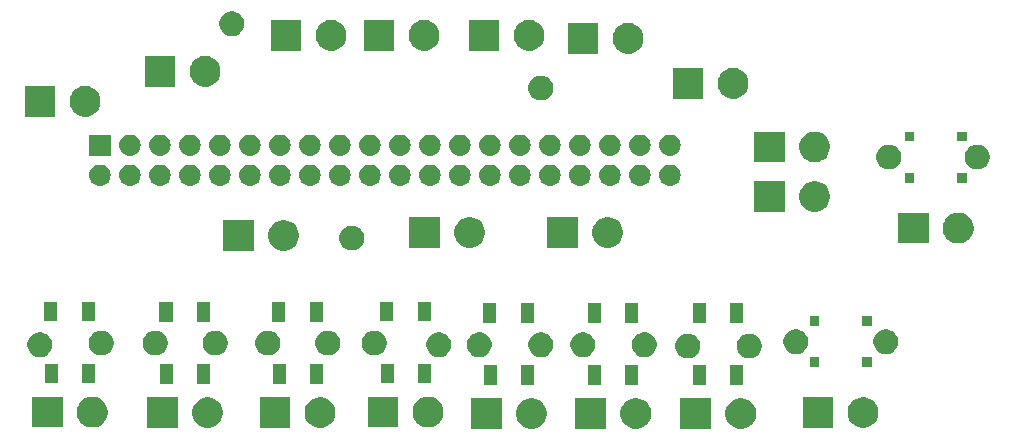
<source format=gbr>
G04 #@! TF.GenerationSoftware,KiCad,Pcbnew,5.1.2*
G04 #@! TF.CreationDate,2019-05-27T23:22:56-07:00*
G04 #@! TF.ProjectId,gloveProtoFinal,676c6f76-6550-4726-9f74-6f46696e616c,rev?*
G04 #@! TF.SameCoordinates,Original*
G04 #@! TF.FileFunction,Soldermask,Top*
G04 #@! TF.FilePolarity,Negative*
%FSLAX46Y46*%
G04 Gerber Fmt 4.6, Leading zero omitted, Abs format (unit mm)*
G04 Created by KiCad (PCBNEW 5.1.2) date 2019-05-27 23:22:56*
%MOMM*%
%LPD*%
G04 APERTURE LIST*
%ADD10C,0.100000*%
G04 APERTURE END LIST*
D10*
G36*
X79160193Y-89172804D02*
G01*
X79396901Y-89270852D01*
X79396903Y-89270853D01*
X79609935Y-89413196D01*
X79791104Y-89594365D01*
X79921154Y-89788999D01*
X79933448Y-89807399D01*
X80031496Y-90044107D01*
X80081480Y-90295393D01*
X80081480Y-90551607D01*
X80031496Y-90802893D01*
X79941069Y-91021203D01*
X79933447Y-91039603D01*
X79791104Y-91252635D01*
X79609935Y-91433804D01*
X79396903Y-91576147D01*
X79396902Y-91576148D01*
X79396901Y-91576148D01*
X79160193Y-91674196D01*
X78908907Y-91724180D01*
X78652693Y-91724180D01*
X78401407Y-91674196D01*
X78164699Y-91576148D01*
X78164698Y-91576148D01*
X78164697Y-91576147D01*
X77951665Y-91433804D01*
X77770496Y-91252635D01*
X77628153Y-91039603D01*
X77620531Y-91021203D01*
X77530104Y-90802893D01*
X77480120Y-90551607D01*
X77480120Y-90295393D01*
X77530104Y-90044107D01*
X77628152Y-89807399D01*
X77640446Y-89788999D01*
X77770496Y-89594365D01*
X77951665Y-89413196D01*
X78164697Y-89270853D01*
X78164699Y-89270852D01*
X78401407Y-89172804D01*
X78652693Y-89122820D01*
X78908907Y-89122820D01*
X79160193Y-89172804D01*
X79160193Y-89172804D01*
G37*
G36*
X76271480Y-91724180D02*
G01*
X73670120Y-91724180D01*
X73670120Y-89122820D01*
X76271480Y-89122820D01*
X76271480Y-91724180D01*
X76271480Y-91724180D01*
G37*
G36*
X70269393Y-89154404D02*
G01*
X70506101Y-89252452D01*
X70506103Y-89252453D01*
X70719135Y-89394796D01*
X70900304Y-89575965D01*
X70991733Y-89712799D01*
X71042648Y-89788999D01*
X71140696Y-90025707D01*
X71190680Y-90276993D01*
X71190680Y-90533207D01*
X71140696Y-90784493D01*
X71074211Y-90945001D01*
X71042647Y-91021203D01*
X70900304Y-91234235D01*
X70719135Y-91415404D01*
X70506103Y-91557747D01*
X70506102Y-91557748D01*
X70506101Y-91557748D01*
X70269393Y-91655796D01*
X70018107Y-91705780D01*
X69761893Y-91705780D01*
X69510607Y-91655796D01*
X69273899Y-91557748D01*
X69273898Y-91557748D01*
X69273897Y-91557747D01*
X69060865Y-91415404D01*
X68879696Y-91234235D01*
X68737353Y-91021203D01*
X68705789Y-90945001D01*
X68639304Y-90784493D01*
X68589320Y-90533207D01*
X68589320Y-90276993D01*
X68639304Y-90025707D01*
X68737352Y-89788999D01*
X68788267Y-89712799D01*
X68879696Y-89575965D01*
X69060865Y-89394796D01*
X69273897Y-89252453D01*
X69273899Y-89252452D01*
X69510607Y-89154404D01*
X69761893Y-89104420D01*
X70018107Y-89104420D01*
X70269393Y-89154404D01*
X70269393Y-89154404D01*
G37*
G36*
X67380680Y-91705780D02*
G01*
X64779320Y-91705780D01*
X64779320Y-89104420D01*
X67380680Y-89104420D01*
X67380680Y-91705780D01*
X67380680Y-91705780D01*
G37*
G36*
X61435993Y-89154404D02*
G01*
X61672701Y-89252452D01*
X61672703Y-89252453D01*
X61885735Y-89394796D01*
X62066904Y-89575965D01*
X62158333Y-89712799D01*
X62209248Y-89788999D01*
X62307296Y-90025707D01*
X62357280Y-90276993D01*
X62357280Y-90533207D01*
X62307296Y-90784493D01*
X62240811Y-90945001D01*
X62209247Y-91021203D01*
X62066904Y-91234235D01*
X61885735Y-91415404D01*
X61672703Y-91557747D01*
X61672702Y-91557748D01*
X61672701Y-91557748D01*
X61435993Y-91655796D01*
X61184707Y-91705780D01*
X60928493Y-91705780D01*
X60677207Y-91655796D01*
X60440499Y-91557748D01*
X60440498Y-91557748D01*
X60440497Y-91557747D01*
X60227465Y-91415404D01*
X60046296Y-91234235D01*
X59903953Y-91021203D01*
X59872389Y-90945001D01*
X59805904Y-90784493D01*
X59755920Y-90533207D01*
X59755920Y-90276993D01*
X59805904Y-90025707D01*
X59903952Y-89788999D01*
X59954867Y-89712799D01*
X60046296Y-89575965D01*
X60227465Y-89394796D01*
X60440497Y-89252453D01*
X60440499Y-89252452D01*
X60677207Y-89154404D01*
X60928493Y-89104420D01*
X61184707Y-89104420D01*
X61435993Y-89154404D01*
X61435993Y-89154404D01*
G37*
G36*
X58547280Y-91705780D02*
G01*
X55945920Y-91705780D01*
X55945920Y-89104420D01*
X58547280Y-89104420D01*
X58547280Y-91705780D01*
X58547280Y-91705780D01*
G37*
G36*
X43540393Y-89078204D02*
G01*
X43768779Y-89172805D01*
X43777103Y-89176253D01*
X43990135Y-89318596D01*
X44171304Y-89499765D01*
X44309304Y-89706297D01*
X44313648Y-89712799D01*
X44411696Y-89949507D01*
X44461680Y-90200793D01*
X44461680Y-90457007D01*
X44411696Y-90708293D01*
X44313648Y-90945001D01*
X44313647Y-90945003D01*
X44171304Y-91158035D01*
X43990135Y-91339204D01*
X43777103Y-91481547D01*
X43777102Y-91481548D01*
X43777101Y-91481548D01*
X43540393Y-91579596D01*
X43289107Y-91629580D01*
X43032893Y-91629580D01*
X42781607Y-91579596D01*
X42544899Y-91481548D01*
X42544898Y-91481548D01*
X42544897Y-91481547D01*
X42331865Y-91339204D01*
X42150696Y-91158035D01*
X42008353Y-90945003D01*
X42008352Y-90945001D01*
X41910304Y-90708293D01*
X41860320Y-90457007D01*
X41860320Y-90200793D01*
X41910304Y-89949507D01*
X42008352Y-89712799D01*
X42012696Y-89706297D01*
X42150696Y-89499765D01*
X42331865Y-89318596D01*
X42544897Y-89176253D01*
X42553221Y-89172805D01*
X42781607Y-89078204D01*
X43032893Y-89028220D01*
X43289107Y-89028220D01*
X43540393Y-89078204D01*
X43540393Y-89078204D01*
G37*
G36*
X40651680Y-91629580D02*
G01*
X38050320Y-91629580D01*
X38050320Y-89028220D01*
X40651680Y-89028220D01*
X40651680Y-91629580D01*
X40651680Y-91629580D01*
G37*
G36*
X34019193Y-89078204D02*
G01*
X34247579Y-89172805D01*
X34255903Y-89176253D01*
X34468935Y-89318596D01*
X34650104Y-89499765D01*
X34788104Y-89706297D01*
X34792448Y-89712799D01*
X34890496Y-89949507D01*
X34940480Y-90200793D01*
X34940480Y-90457007D01*
X34890496Y-90708293D01*
X34792448Y-90945001D01*
X34792447Y-90945003D01*
X34650104Y-91158035D01*
X34468935Y-91339204D01*
X34255903Y-91481547D01*
X34255902Y-91481548D01*
X34255901Y-91481548D01*
X34019193Y-91579596D01*
X33767907Y-91629580D01*
X33511693Y-91629580D01*
X33260407Y-91579596D01*
X33023699Y-91481548D01*
X33023698Y-91481548D01*
X33023697Y-91481547D01*
X32810665Y-91339204D01*
X32629496Y-91158035D01*
X32487153Y-90945003D01*
X32487152Y-90945001D01*
X32389104Y-90708293D01*
X32339120Y-90457007D01*
X32339120Y-90200793D01*
X32389104Y-89949507D01*
X32487152Y-89712799D01*
X32491496Y-89706297D01*
X32629496Y-89499765D01*
X32810665Y-89318596D01*
X33023697Y-89176253D01*
X33032021Y-89172805D01*
X33260407Y-89078204D01*
X33511693Y-89028220D01*
X33767907Y-89028220D01*
X34019193Y-89078204D01*
X34019193Y-89078204D01*
G37*
G36*
X31130480Y-91629580D02*
G01*
X28529120Y-91629580D01*
X28529120Y-89028220D01*
X31130480Y-89028220D01*
X31130480Y-91629580D01*
X31130480Y-91629580D01*
G37*
G36*
X89507993Y-89071704D02*
G01*
X89707650Y-89154405D01*
X89744703Y-89169753D01*
X89957735Y-89312096D01*
X90138904Y-89493265D01*
X90281247Y-89706297D01*
X90281248Y-89706299D01*
X90379296Y-89943007D01*
X90429280Y-90194293D01*
X90429280Y-90450507D01*
X90379296Y-90701793D01*
X90291769Y-90913101D01*
X90281247Y-90938503D01*
X90138904Y-91151535D01*
X89957735Y-91332704D01*
X89744703Y-91475047D01*
X89744702Y-91475048D01*
X89744701Y-91475048D01*
X89507993Y-91573096D01*
X89256707Y-91623080D01*
X89000493Y-91623080D01*
X88749207Y-91573096D01*
X88512499Y-91475048D01*
X88512498Y-91475048D01*
X88512497Y-91475047D01*
X88299465Y-91332704D01*
X88118296Y-91151535D01*
X87975953Y-90938503D01*
X87965431Y-90913101D01*
X87877904Y-90701793D01*
X87827920Y-90450507D01*
X87827920Y-90194293D01*
X87877904Y-89943007D01*
X87975952Y-89706299D01*
X87975953Y-89706297D01*
X88118296Y-89493265D01*
X88299465Y-89312096D01*
X88512497Y-89169753D01*
X88549550Y-89154405D01*
X88749207Y-89071704D01*
X89000493Y-89021720D01*
X89256707Y-89021720D01*
X89507993Y-89071704D01*
X89507993Y-89071704D01*
G37*
G36*
X86619280Y-91623080D02*
G01*
X84017920Y-91623080D01*
X84017920Y-89021720D01*
X86619280Y-89021720D01*
X86619280Y-91623080D01*
X86619280Y-91623080D01*
G37*
G36*
X21361680Y-91597680D02*
G01*
X18760320Y-91597680D01*
X18760320Y-88996320D01*
X21361680Y-88996320D01*
X21361680Y-91597680D01*
X21361680Y-91597680D01*
G37*
G36*
X24250393Y-89046304D02*
G01*
X24477688Y-89140453D01*
X24487103Y-89144353D01*
X24700135Y-89286696D01*
X24881304Y-89467865D01*
X24965828Y-89594365D01*
X25023648Y-89680899D01*
X25121696Y-89917607D01*
X25171680Y-90168893D01*
X25171680Y-90425107D01*
X25121696Y-90676393D01*
X25023648Y-90913101D01*
X25023647Y-90913103D01*
X24881304Y-91126135D01*
X24700135Y-91307304D01*
X24487103Y-91449647D01*
X24487102Y-91449648D01*
X24487101Y-91449648D01*
X24250393Y-91547696D01*
X23999107Y-91597680D01*
X23742893Y-91597680D01*
X23491607Y-91547696D01*
X23254899Y-91449648D01*
X23254898Y-91449648D01*
X23254897Y-91449647D01*
X23041865Y-91307304D01*
X22860696Y-91126135D01*
X22718353Y-90913103D01*
X22718352Y-90913101D01*
X22620304Y-90676393D01*
X22570320Y-90425107D01*
X22570320Y-90168893D01*
X22620304Y-89917607D01*
X22718352Y-89680899D01*
X22776172Y-89594365D01*
X22860696Y-89467865D01*
X23041865Y-89286696D01*
X23254897Y-89144353D01*
X23264312Y-89140453D01*
X23491607Y-89046304D01*
X23742893Y-88996320D01*
X23999107Y-88996320D01*
X24250393Y-89046304D01*
X24250393Y-89046304D01*
G37*
G36*
X52684193Y-89042404D02*
G01*
X52920901Y-89140452D01*
X52920903Y-89140453D01*
X53133935Y-89282796D01*
X53315104Y-89463965D01*
X53457447Y-89676997D01*
X53457448Y-89676999D01*
X53555496Y-89913707D01*
X53605480Y-90164993D01*
X53605480Y-90421207D01*
X53555496Y-90672493D01*
X53501482Y-90802893D01*
X53457447Y-90909203D01*
X53315104Y-91122235D01*
X53133935Y-91303404D01*
X52920903Y-91445747D01*
X52920902Y-91445748D01*
X52920901Y-91445748D01*
X52684193Y-91543796D01*
X52432907Y-91593780D01*
X52176693Y-91593780D01*
X51925407Y-91543796D01*
X51688699Y-91445748D01*
X51688698Y-91445748D01*
X51688697Y-91445747D01*
X51475665Y-91303404D01*
X51294496Y-91122235D01*
X51152153Y-90909203D01*
X51108118Y-90802893D01*
X51054104Y-90672493D01*
X51004120Y-90421207D01*
X51004120Y-90164993D01*
X51054104Y-89913707D01*
X51152152Y-89676999D01*
X51152153Y-89676997D01*
X51294496Y-89463965D01*
X51475665Y-89282796D01*
X51688697Y-89140453D01*
X51688699Y-89140452D01*
X51925407Y-89042404D01*
X52176693Y-88992420D01*
X52432907Y-88992420D01*
X52684193Y-89042404D01*
X52684193Y-89042404D01*
G37*
G36*
X49795480Y-91593780D02*
G01*
X47194120Y-91593780D01*
X47194120Y-88992420D01*
X49795480Y-88992420D01*
X49795480Y-91593780D01*
X49795480Y-91593780D01*
G37*
G36*
X79008200Y-87995100D02*
G01*
X77906200Y-87995100D01*
X77906200Y-86343100D01*
X79008200Y-86343100D01*
X79008200Y-87995100D01*
X79008200Y-87995100D01*
G37*
G36*
X75869700Y-87995100D02*
G01*
X74767700Y-87995100D01*
X74767700Y-86343100D01*
X75869700Y-86343100D01*
X75869700Y-87995100D01*
X75869700Y-87995100D01*
G37*
G36*
X58145500Y-87976700D02*
G01*
X57043500Y-87976700D01*
X57043500Y-86324700D01*
X58145500Y-86324700D01*
X58145500Y-87976700D01*
X58145500Y-87976700D01*
G37*
G36*
X61284000Y-87976700D02*
G01*
X60182000Y-87976700D01*
X60182000Y-86324700D01*
X61284000Y-86324700D01*
X61284000Y-87976700D01*
X61284000Y-87976700D01*
G37*
G36*
X66978900Y-87976700D02*
G01*
X65876900Y-87976700D01*
X65876900Y-86324700D01*
X66978900Y-86324700D01*
X66978900Y-87976700D01*
X66978900Y-87976700D01*
G37*
G36*
X70117400Y-87976700D02*
G01*
X69015400Y-87976700D01*
X69015400Y-86324700D01*
X70117400Y-86324700D01*
X70117400Y-87976700D01*
X70117400Y-87976700D01*
G37*
G36*
X30728700Y-87900500D02*
G01*
X29626700Y-87900500D01*
X29626700Y-86248500D01*
X30728700Y-86248500D01*
X30728700Y-87900500D01*
X30728700Y-87900500D01*
G37*
G36*
X33867200Y-87900500D02*
G01*
X32765200Y-87900500D01*
X32765200Y-86248500D01*
X33867200Y-86248500D01*
X33867200Y-87900500D01*
X33867200Y-87900500D01*
G37*
G36*
X43388400Y-87900500D02*
G01*
X42286400Y-87900500D01*
X42286400Y-86248500D01*
X43388400Y-86248500D01*
X43388400Y-87900500D01*
X43388400Y-87900500D01*
G37*
G36*
X40249900Y-87900500D02*
G01*
X39147900Y-87900500D01*
X39147900Y-86248500D01*
X40249900Y-86248500D01*
X40249900Y-87900500D01*
X40249900Y-87900500D01*
G37*
G36*
X24098400Y-87868600D02*
G01*
X22996400Y-87868600D01*
X22996400Y-86216600D01*
X24098400Y-86216600D01*
X24098400Y-87868600D01*
X24098400Y-87868600D01*
G37*
G36*
X20959900Y-87868600D02*
G01*
X19857900Y-87868600D01*
X19857900Y-86216600D01*
X20959900Y-86216600D01*
X20959900Y-87868600D01*
X20959900Y-87868600D01*
G37*
G36*
X52532200Y-87864700D02*
G01*
X51430200Y-87864700D01*
X51430200Y-86212700D01*
X52532200Y-86212700D01*
X52532200Y-87864700D01*
X52532200Y-87864700D01*
G37*
G36*
X49393700Y-87864700D02*
G01*
X48291700Y-87864700D01*
X48291700Y-86212700D01*
X49393700Y-86212700D01*
X49393700Y-87864700D01*
X49393700Y-87864700D01*
G37*
G36*
X89854600Y-86473400D02*
G01*
X89052600Y-86473400D01*
X89052600Y-85671400D01*
X89854600Y-85671400D01*
X89854600Y-86473400D01*
X89854600Y-86473400D01*
G37*
G36*
X85404600Y-86473400D02*
G01*
X84602600Y-86473400D01*
X84602600Y-85671400D01*
X85404600Y-85671400D01*
X85404600Y-86473400D01*
X85404600Y-86473400D01*
G37*
G36*
X79808564Y-83698389D02*
G01*
X79999833Y-83777615D01*
X79999835Y-83777616D01*
X80010926Y-83785027D01*
X80171973Y-83892635D01*
X80318365Y-84039027D01*
X80433385Y-84211167D01*
X80512611Y-84402436D01*
X80553000Y-84605484D01*
X80553000Y-84812516D01*
X80512611Y-85015564D01*
X80485990Y-85079833D01*
X80433384Y-85206835D01*
X80318365Y-85378973D01*
X80171973Y-85525365D01*
X79999835Y-85640384D01*
X79999834Y-85640385D01*
X79999833Y-85640385D01*
X79808564Y-85719611D01*
X79605516Y-85760000D01*
X79398484Y-85760000D01*
X79195436Y-85719611D01*
X79004167Y-85640385D01*
X79004166Y-85640385D01*
X79004165Y-85640384D01*
X78832027Y-85525365D01*
X78685635Y-85378973D01*
X78570616Y-85206835D01*
X78518010Y-85079833D01*
X78491389Y-85015564D01*
X78451000Y-84812516D01*
X78451000Y-84605484D01*
X78491389Y-84402436D01*
X78570615Y-84211167D01*
X78685635Y-84039027D01*
X78832027Y-83892635D01*
X78993074Y-83785027D01*
X79004165Y-83777616D01*
X79004167Y-83777615D01*
X79195436Y-83698389D01*
X79398484Y-83658000D01*
X79605516Y-83658000D01*
X79808564Y-83698389D01*
X79808564Y-83698389D01*
G37*
G36*
X74601564Y-83698389D02*
G01*
X74792833Y-83777615D01*
X74792835Y-83777616D01*
X74803926Y-83785027D01*
X74964973Y-83892635D01*
X75111365Y-84039027D01*
X75226385Y-84211167D01*
X75305611Y-84402436D01*
X75346000Y-84605484D01*
X75346000Y-84812516D01*
X75305611Y-85015564D01*
X75278990Y-85079833D01*
X75226384Y-85206835D01*
X75111365Y-85378973D01*
X74964973Y-85525365D01*
X74792835Y-85640384D01*
X74792834Y-85640385D01*
X74792833Y-85640385D01*
X74601564Y-85719611D01*
X74398516Y-85760000D01*
X74191484Y-85760000D01*
X73988436Y-85719611D01*
X73797167Y-85640385D01*
X73797166Y-85640385D01*
X73797165Y-85640384D01*
X73625027Y-85525365D01*
X73478635Y-85378973D01*
X73363616Y-85206835D01*
X73311010Y-85079833D01*
X73284389Y-85015564D01*
X73244000Y-84812516D01*
X73244000Y-84605484D01*
X73284389Y-84402436D01*
X73363615Y-84211167D01*
X73478635Y-84039027D01*
X73625027Y-83892635D01*
X73786074Y-83785027D01*
X73797165Y-83777616D01*
X73797167Y-83777615D01*
X73988436Y-83698389D01*
X74191484Y-83658000D01*
X74398516Y-83658000D01*
X74601564Y-83698389D01*
X74601564Y-83698389D01*
G37*
G36*
X56948564Y-83571389D02*
G01*
X57139833Y-83650615D01*
X57139835Y-83650616D01*
X57311973Y-83765635D01*
X57458365Y-83912027D01*
X57543224Y-84039027D01*
X57573385Y-84084167D01*
X57652611Y-84275436D01*
X57693000Y-84478484D01*
X57693000Y-84685516D01*
X57652611Y-84888564D01*
X57573385Y-85079833D01*
X57573384Y-85079835D01*
X57458365Y-85251973D01*
X57311973Y-85398365D01*
X57139835Y-85513384D01*
X57139834Y-85513385D01*
X57139833Y-85513385D01*
X56948564Y-85592611D01*
X56745516Y-85633000D01*
X56538484Y-85633000D01*
X56335436Y-85592611D01*
X56144167Y-85513385D01*
X56144166Y-85513385D01*
X56144165Y-85513384D01*
X55972027Y-85398365D01*
X55825635Y-85251973D01*
X55710616Y-85079835D01*
X55710615Y-85079833D01*
X55631389Y-84888564D01*
X55591000Y-84685516D01*
X55591000Y-84478484D01*
X55631389Y-84275436D01*
X55710615Y-84084167D01*
X55740777Y-84039027D01*
X55825635Y-83912027D01*
X55972027Y-83765635D01*
X56144165Y-83650616D01*
X56144167Y-83650615D01*
X56335436Y-83571389D01*
X56538484Y-83531000D01*
X56745516Y-83531000D01*
X56948564Y-83571389D01*
X56948564Y-83571389D01*
G37*
G36*
X19737564Y-83571389D02*
G01*
X19928833Y-83650615D01*
X19928835Y-83650616D01*
X20100973Y-83765635D01*
X20247365Y-83912027D01*
X20332224Y-84039027D01*
X20362385Y-84084167D01*
X20441611Y-84275436D01*
X20482000Y-84478484D01*
X20482000Y-84685516D01*
X20441611Y-84888564D01*
X20362385Y-85079833D01*
X20362384Y-85079835D01*
X20247365Y-85251973D01*
X20100973Y-85398365D01*
X19928835Y-85513384D01*
X19928834Y-85513385D01*
X19928833Y-85513385D01*
X19737564Y-85592611D01*
X19534516Y-85633000D01*
X19327484Y-85633000D01*
X19124436Y-85592611D01*
X18933167Y-85513385D01*
X18933166Y-85513385D01*
X18933165Y-85513384D01*
X18761027Y-85398365D01*
X18614635Y-85251973D01*
X18499616Y-85079835D01*
X18499615Y-85079833D01*
X18420389Y-84888564D01*
X18380000Y-84685516D01*
X18380000Y-84478484D01*
X18420389Y-84275436D01*
X18499615Y-84084167D01*
X18529777Y-84039027D01*
X18614635Y-83912027D01*
X18761027Y-83765635D01*
X18933165Y-83650616D01*
X18933167Y-83650615D01*
X19124436Y-83571389D01*
X19327484Y-83531000D01*
X19534516Y-83531000D01*
X19737564Y-83571389D01*
X19737564Y-83571389D01*
G37*
G36*
X70918564Y-83571389D02*
G01*
X71109833Y-83650615D01*
X71109835Y-83650616D01*
X71281973Y-83765635D01*
X71428365Y-83912027D01*
X71513224Y-84039027D01*
X71543385Y-84084167D01*
X71622611Y-84275436D01*
X71663000Y-84478484D01*
X71663000Y-84685516D01*
X71622611Y-84888564D01*
X71543385Y-85079833D01*
X71543384Y-85079835D01*
X71428365Y-85251973D01*
X71281973Y-85398365D01*
X71109835Y-85513384D01*
X71109834Y-85513385D01*
X71109833Y-85513385D01*
X70918564Y-85592611D01*
X70715516Y-85633000D01*
X70508484Y-85633000D01*
X70305436Y-85592611D01*
X70114167Y-85513385D01*
X70114166Y-85513385D01*
X70114165Y-85513384D01*
X69942027Y-85398365D01*
X69795635Y-85251973D01*
X69680616Y-85079835D01*
X69680615Y-85079833D01*
X69601389Y-84888564D01*
X69561000Y-84685516D01*
X69561000Y-84478484D01*
X69601389Y-84275436D01*
X69680615Y-84084167D01*
X69710777Y-84039027D01*
X69795635Y-83912027D01*
X69942027Y-83765635D01*
X70114165Y-83650616D01*
X70114167Y-83650615D01*
X70305436Y-83571389D01*
X70508484Y-83531000D01*
X70715516Y-83531000D01*
X70918564Y-83571389D01*
X70918564Y-83571389D01*
G37*
G36*
X65711564Y-83571389D02*
G01*
X65902833Y-83650615D01*
X65902835Y-83650616D01*
X66074973Y-83765635D01*
X66221365Y-83912027D01*
X66306224Y-84039027D01*
X66336385Y-84084167D01*
X66415611Y-84275436D01*
X66456000Y-84478484D01*
X66456000Y-84685516D01*
X66415611Y-84888564D01*
X66336385Y-85079833D01*
X66336384Y-85079835D01*
X66221365Y-85251973D01*
X66074973Y-85398365D01*
X65902835Y-85513384D01*
X65902834Y-85513385D01*
X65902833Y-85513385D01*
X65711564Y-85592611D01*
X65508516Y-85633000D01*
X65301484Y-85633000D01*
X65098436Y-85592611D01*
X64907167Y-85513385D01*
X64907166Y-85513385D01*
X64907165Y-85513384D01*
X64735027Y-85398365D01*
X64588635Y-85251973D01*
X64473616Y-85079835D01*
X64473615Y-85079833D01*
X64394389Y-84888564D01*
X64354000Y-84685516D01*
X64354000Y-84478484D01*
X64394389Y-84275436D01*
X64473615Y-84084167D01*
X64503777Y-84039027D01*
X64588635Y-83912027D01*
X64735027Y-83765635D01*
X64907165Y-83650616D01*
X64907167Y-83650615D01*
X65098436Y-83571389D01*
X65301484Y-83531000D01*
X65508516Y-83531000D01*
X65711564Y-83571389D01*
X65711564Y-83571389D01*
G37*
G36*
X62155564Y-83571389D02*
G01*
X62346833Y-83650615D01*
X62346835Y-83650616D01*
X62518973Y-83765635D01*
X62665365Y-83912027D01*
X62750224Y-84039027D01*
X62780385Y-84084167D01*
X62859611Y-84275436D01*
X62900000Y-84478484D01*
X62900000Y-84685516D01*
X62859611Y-84888564D01*
X62780385Y-85079833D01*
X62780384Y-85079835D01*
X62665365Y-85251973D01*
X62518973Y-85398365D01*
X62346835Y-85513384D01*
X62346834Y-85513385D01*
X62346833Y-85513385D01*
X62155564Y-85592611D01*
X61952516Y-85633000D01*
X61745484Y-85633000D01*
X61542436Y-85592611D01*
X61351167Y-85513385D01*
X61351166Y-85513385D01*
X61351165Y-85513384D01*
X61179027Y-85398365D01*
X61032635Y-85251973D01*
X60917616Y-85079835D01*
X60917615Y-85079833D01*
X60838389Y-84888564D01*
X60798000Y-84685516D01*
X60798000Y-84478484D01*
X60838389Y-84275436D01*
X60917615Y-84084167D01*
X60947777Y-84039027D01*
X61032635Y-83912027D01*
X61179027Y-83765635D01*
X61351165Y-83650616D01*
X61351167Y-83650615D01*
X61542436Y-83571389D01*
X61745484Y-83531000D01*
X61952516Y-83531000D01*
X62155564Y-83571389D01*
X62155564Y-83571389D01*
G37*
G36*
X53519564Y-83571389D02*
G01*
X53710833Y-83650615D01*
X53710835Y-83650616D01*
X53882973Y-83765635D01*
X54029365Y-83912027D01*
X54114224Y-84039027D01*
X54144385Y-84084167D01*
X54223611Y-84275436D01*
X54264000Y-84478484D01*
X54264000Y-84685516D01*
X54223611Y-84888564D01*
X54144385Y-85079833D01*
X54144384Y-85079835D01*
X54029365Y-85251973D01*
X53882973Y-85398365D01*
X53710835Y-85513384D01*
X53710834Y-85513385D01*
X53710833Y-85513385D01*
X53519564Y-85592611D01*
X53316516Y-85633000D01*
X53109484Y-85633000D01*
X52906436Y-85592611D01*
X52715167Y-85513385D01*
X52715166Y-85513385D01*
X52715165Y-85513384D01*
X52543027Y-85398365D01*
X52396635Y-85251973D01*
X52281616Y-85079835D01*
X52281615Y-85079833D01*
X52202389Y-84888564D01*
X52162000Y-84685516D01*
X52162000Y-84478484D01*
X52202389Y-84275436D01*
X52281615Y-84084167D01*
X52311777Y-84039027D01*
X52396635Y-83912027D01*
X52543027Y-83765635D01*
X52715165Y-83650616D01*
X52715167Y-83650615D01*
X52906436Y-83571389D01*
X53109484Y-83531000D01*
X53316516Y-83531000D01*
X53519564Y-83571389D01*
X53519564Y-83571389D01*
G37*
G36*
X24944564Y-83444389D02*
G01*
X25135833Y-83523615D01*
X25135835Y-83523616D01*
X25307973Y-83638635D01*
X25454365Y-83785027D01*
X25539224Y-83912027D01*
X25569385Y-83957167D01*
X25648611Y-84148436D01*
X25689000Y-84351484D01*
X25689000Y-84558516D01*
X25648611Y-84761564D01*
X25569385Y-84952833D01*
X25569384Y-84952835D01*
X25454365Y-85124973D01*
X25307973Y-85271365D01*
X25135835Y-85386384D01*
X25135834Y-85386385D01*
X25135833Y-85386385D01*
X24944564Y-85465611D01*
X24741516Y-85506000D01*
X24534484Y-85506000D01*
X24331436Y-85465611D01*
X24140167Y-85386385D01*
X24140166Y-85386385D01*
X24140165Y-85386384D01*
X23968027Y-85271365D01*
X23821635Y-85124973D01*
X23706616Y-84952835D01*
X23706615Y-84952833D01*
X23627389Y-84761564D01*
X23587000Y-84558516D01*
X23587000Y-84351484D01*
X23627389Y-84148436D01*
X23706615Y-83957167D01*
X23736777Y-83912027D01*
X23821635Y-83785027D01*
X23968027Y-83638635D01*
X24140165Y-83523616D01*
X24140167Y-83523615D01*
X24331436Y-83444389D01*
X24534484Y-83404000D01*
X24741516Y-83404000D01*
X24944564Y-83444389D01*
X24944564Y-83444389D01*
G37*
G36*
X29516564Y-83444389D02*
G01*
X29707833Y-83523615D01*
X29707835Y-83523616D01*
X29879973Y-83638635D01*
X30026365Y-83785027D01*
X30111224Y-83912027D01*
X30141385Y-83957167D01*
X30220611Y-84148436D01*
X30261000Y-84351484D01*
X30261000Y-84558516D01*
X30220611Y-84761564D01*
X30141385Y-84952833D01*
X30141384Y-84952835D01*
X30026365Y-85124973D01*
X29879973Y-85271365D01*
X29707835Y-85386384D01*
X29707834Y-85386385D01*
X29707833Y-85386385D01*
X29516564Y-85465611D01*
X29313516Y-85506000D01*
X29106484Y-85506000D01*
X28903436Y-85465611D01*
X28712167Y-85386385D01*
X28712166Y-85386385D01*
X28712165Y-85386384D01*
X28540027Y-85271365D01*
X28393635Y-85124973D01*
X28278616Y-84952835D01*
X28278615Y-84952833D01*
X28199389Y-84761564D01*
X28159000Y-84558516D01*
X28159000Y-84351484D01*
X28199389Y-84148436D01*
X28278615Y-83957167D01*
X28308777Y-83912027D01*
X28393635Y-83785027D01*
X28540027Y-83638635D01*
X28712165Y-83523616D01*
X28712167Y-83523615D01*
X28903436Y-83444389D01*
X29106484Y-83404000D01*
X29313516Y-83404000D01*
X29516564Y-83444389D01*
X29516564Y-83444389D01*
G37*
G36*
X34596564Y-83444389D02*
G01*
X34787833Y-83523615D01*
X34787835Y-83523616D01*
X34959973Y-83638635D01*
X35106365Y-83785027D01*
X35191224Y-83912027D01*
X35221385Y-83957167D01*
X35300611Y-84148436D01*
X35341000Y-84351484D01*
X35341000Y-84558516D01*
X35300611Y-84761564D01*
X35221385Y-84952833D01*
X35221384Y-84952835D01*
X35106365Y-85124973D01*
X34959973Y-85271365D01*
X34787835Y-85386384D01*
X34787834Y-85386385D01*
X34787833Y-85386385D01*
X34596564Y-85465611D01*
X34393516Y-85506000D01*
X34186484Y-85506000D01*
X33983436Y-85465611D01*
X33792167Y-85386385D01*
X33792166Y-85386385D01*
X33792165Y-85386384D01*
X33620027Y-85271365D01*
X33473635Y-85124973D01*
X33358616Y-84952835D01*
X33358615Y-84952833D01*
X33279389Y-84761564D01*
X33239000Y-84558516D01*
X33239000Y-84351484D01*
X33279389Y-84148436D01*
X33358615Y-83957167D01*
X33388777Y-83912027D01*
X33473635Y-83785027D01*
X33620027Y-83638635D01*
X33792165Y-83523616D01*
X33792167Y-83523615D01*
X33983436Y-83444389D01*
X34186484Y-83404000D01*
X34393516Y-83404000D01*
X34596564Y-83444389D01*
X34596564Y-83444389D01*
G37*
G36*
X39041564Y-83444389D02*
G01*
X39232833Y-83523615D01*
X39232835Y-83523616D01*
X39404973Y-83638635D01*
X39551365Y-83785027D01*
X39636224Y-83912027D01*
X39666385Y-83957167D01*
X39745611Y-84148436D01*
X39786000Y-84351484D01*
X39786000Y-84558516D01*
X39745611Y-84761564D01*
X39666385Y-84952833D01*
X39666384Y-84952835D01*
X39551365Y-85124973D01*
X39404973Y-85271365D01*
X39232835Y-85386384D01*
X39232834Y-85386385D01*
X39232833Y-85386385D01*
X39041564Y-85465611D01*
X38838516Y-85506000D01*
X38631484Y-85506000D01*
X38428436Y-85465611D01*
X38237167Y-85386385D01*
X38237166Y-85386385D01*
X38237165Y-85386384D01*
X38065027Y-85271365D01*
X37918635Y-85124973D01*
X37803616Y-84952835D01*
X37803615Y-84952833D01*
X37724389Y-84761564D01*
X37684000Y-84558516D01*
X37684000Y-84351484D01*
X37724389Y-84148436D01*
X37803615Y-83957167D01*
X37833777Y-83912027D01*
X37918635Y-83785027D01*
X38065027Y-83638635D01*
X38237165Y-83523616D01*
X38237167Y-83523615D01*
X38428436Y-83444389D01*
X38631484Y-83404000D01*
X38838516Y-83404000D01*
X39041564Y-83444389D01*
X39041564Y-83444389D01*
G37*
G36*
X44121564Y-83444389D02*
G01*
X44312833Y-83523615D01*
X44312835Y-83523616D01*
X44484973Y-83638635D01*
X44631365Y-83785027D01*
X44716224Y-83912027D01*
X44746385Y-83957167D01*
X44825611Y-84148436D01*
X44866000Y-84351484D01*
X44866000Y-84558516D01*
X44825611Y-84761564D01*
X44746385Y-84952833D01*
X44746384Y-84952835D01*
X44631365Y-85124973D01*
X44484973Y-85271365D01*
X44312835Y-85386384D01*
X44312834Y-85386385D01*
X44312833Y-85386385D01*
X44121564Y-85465611D01*
X43918516Y-85506000D01*
X43711484Y-85506000D01*
X43508436Y-85465611D01*
X43317167Y-85386385D01*
X43317166Y-85386385D01*
X43317165Y-85386384D01*
X43145027Y-85271365D01*
X42998635Y-85124973D01*
X42883616Y-84952835D01*
X42883615Y-84952833D01*
X42804389Y-84761564D01*
X42764000Y-84558516D01*
X42764000Y-84351484D01*
X42804389Y-84148436D01*
X42883615Y-83957167D01*
X42913777Y-83912027D01*
X42998635Y-83785027D01*
X43145027Y-83638635D01*
X43317165Y-83523616D01*
X43317167Y-83523615D01*
X43508436Y-83444389D01*
X43711484Y-83404000D01*
X43918516Y-83404000D01*
X44121564Y-83444389D01*
X44121564Y-83444389D01*
G37*
G36*
X48058564Y-83444389D02*
G01*
X48249833Y-83523615D01*
X48249835Y-83523616D01*
X48421973Y-83638635D01*
X48568365Y-83785027D01*
X48653224Y-83912027D01*
X48683385Y-83957167D01*
X48762611Y-84148436D01*
X48803000Y-84351484D01*
X48803000Y-84558516D01*
X48762611Y-84761564D01*
X48683385Y-84952833D01*
X48683384Y-84952835D01*
X48568365Y-85124973D01*
X48421973Y-85271365D01*
X48249835Y-85386384D01*
X48249834Y-85386385D01*
X48249833Y-85386385D01*
X48058564Y-85465611D01*
X47855516Y-85506000D01*
X47648484Y-85506000D01*
X47445436Y-85465611D01*
X47254167Y-85386385D01*
X47254166Y-85386385D01*
X47254165Y-85386384D01*
X47082027Y-85271365D01*
X46935635Y-85124973D01*
X46820616Y-84952835D01*
X46820615Y-84952833D01*
X46741389Y-84761564D01*
X46701000Y-84558516D01*
X46701000Y-84351484D01*
X46741389Y-84148436D01*
X46820615Y-83957167D01*
X46850777Y-83912027D01*
X46935635Y-83785027D01*
X47082027Y-83638635D01*
X47254165Y-83523616D01*
X47254167Y-83523615D01*
X47445436Y-83444389D01*
X47648484Y-83404000D01*
X47855516Y-83404000D01*
X48058564Y-83444389D01*
X48058564Y-83444389D01*
G37*
G36*
X83745564Y-83317389D02*
G01*
X83936833Y-83396615D01*
X83936835Y-83396616D01*
X84108973Y-83511635D01*
X84255365Y-83658027D01*
X84340224Y-83785027D01*
X84370385Y-83830167D01*
X84449611Y-84021436D01*
X84490000Y-84224484D01*
X84490000Y-84431516D01*
X84449611Y-84634564D01*
X84375902Y-84812514D01*
X84370384Y-84825835D01*
X84255365Y-84997973D01*
X84108973Y-85144365D01*
X83936835Y-85259384D01*
X83936834Y-85259385D01*
X83936833Y-85259385D01*
X83745564Y-85338611D01*
X83542516Y-85379000D01*
X83335484Y-85379000D01*
X83132436Y-85338611D01*
X82941167Y-85259385D01*
X82941166Y-85259385D01*
X82941165Y-85259384D01*
X82769027Y-85144365D01*
X82622635Y-84997973D01*
X82507616Y-84825835D01*
X82502098Y-84812514D01*
X82428389Y-84634564D01*
X82388000Y-84431516D01*
X82388000Y-84224484D01*
X82428389Y-84021436D01*
X82507615Y-83830167D01*
X82537777Y-83785027D01*
X82622635Y-83658027D01*
X82769027Y-83511635D01*
X82941165Y-83396616D01*
X82941167Y-83396615D01*
X83132436Y-83317389D01*
X83335484Y-83277000D01*
X83542516Y-83277000D01*
X83745564Y-83317389D01*
X83745564Y-83317389D01*
G37*
G36*
X91365564Y-83317389D02*
G01*
X91556833Y-83396615D01*
X91556835Y-83396616D01*
X91728973Y-83511635D01*
X91875365Y-83658027D01*
X91960224Y-83785027D01*
X91990385Y-83830167D01*
X92069611Y-84021436D01*
X92110000Y-84224484D01*
X92110000Y-84431516D01*
X92069611Y-84634564D01*
X91995902Y-84812514D01*
X91990384Y-84825835D01*
X91875365Y-84997973D01*
X91728973Y-85144365D01*
X91556835Y-85259384D01*
X91556834Y-85259385D01*
X91556833Y-85259385D01*
X91365564Y-85338611D01*
X91162516Y-85379000D01*
X90955484Y-85379000D01*
X90752436Y-85338611D01*
X90561167Y-85259385D01*
X90561166Y-85259385D01*
X90561165Y-85259384D01*
X90389027Y-85144365D01*
X90242635Y-84997973D01*
X90127616Y-84825835D01*
X90122098Y-84812514D01*
X90048389Y-84634564D01*
X90008000Y-84431516D01*
X90008000Y-84224484D01*
X90048389Y-84021436D01*
X90127615Y-83830167D01*
X90157777Y-83785027D01*
X90242635Y-83658027D01*
X90389027Y-83511635D01*
X90561165Y-83396616D01*
X90561167Y-83396615D01*
X90752436Y-83317389D01*
X90955484Y-83277000D01*
X91162516Y-83277000D01*
X91365564Y-83317389D01*
X91365564Y-83317389D01*
G37*
G36*
X89854600Y-82973400D02*
G01*
X89052600Y-82973400D01*
X89052600Y-82171400D01*
X89854600Y-82171400D01*
X89854600Y-82973400D01*
X89854600Y-82973400D01*
G37*
G36*
X85404600Y-82973400D02*
G01*
X84602600Y-82973400D01*
X84602600Y-82171400D01*
X85404600Y-82171400D01*
X85404600Y-82973400D01*
X85404600Y-82973400D01*
G37*
G36*
X75806200Y-82747600D02*
G01*
X74704200Y-82747600D01*
X74704200Y-81095600D01*
X75806200Y-81095600D01*
X75806200Y-82747600D01*
X75806200Y-82747600D01*
G37*
G36*
X79008200Y-82747600D02*
G01*
X77906200Y-82747600D01*
X77906200Y-81095600D01*
X79008200Y-81095600D01*
X79008200Y-82747600D01*
X79008200Y-82747600D01*
G37*
G36*
X70117400Y-82729200D02*
G01*
X69015400Y-82729200D01*
X69015400Y-81077200D01*
X70117400Y-81077200D01*
X70117400Y-82729200D01*
X70117400Y-82729200D01*
G37*
G36*
X58082000Y-82729200D02*
G01*
X56980000Y-82729200D01*
X56980000Y-81077200D01*
X58082000Y-81077200D01*
X58082000Y-82729200D01*
X58082000Y-82729200D01*
G37*
G36*
X66915400Y-82729200D02*
G01*
X65813400Y-82729200D01*
X65813400Y-81077200D01*
X66915400Y-81077200D01*
X66915400Y-82729200D01*
X66915400Y-82729200D01*
G37*
G36*
X61284000Y-82729200D02*
G01*
X60182000Y-82729200D01*
X60182000Y-81077200D01*
X61284000Y-81077200D01*
X61284000Y-82729200D01*
X61284000Y-82729200D01*
G37*
G36*
X33867200Y-82653000D02*
G01*
X32765200Y-82653000D01*
X32765200Y-81001000D01*
X33867200Y-81001000D01*
X33867200Y-82653000D01*
X33867200Y-82653000D01*
G37*
G36*
X43388400Y-82653000D02*
G01*
X42286400Y-82653000D01*
X42286400Y-81001000D01*
X43388400Y-81001000D01*
X43388400Y-82653000D01*
X43388400Y-82653000D01*
G37*
G36*
X40186400Y-82653000D02*
G01*
X39084400Y-82653000D01*
X39084400Y-81001000D01*
X40186400Y-81001000D01*
X40186400Y-82653000D01*
X40186400Y-82653000D01*
G37*
G36*
X30665200Y-82653000D02*
G01*
X29563200Y-82653000D01*
X29563200Y-81001000D01*
X30665200Y-81001000D01*
X30665200Y-82653000D01*
X30665200Y-82653000D01*
G37*
G36*
X24098400Y-82621100D02*
G01*
X22996400Y-82621100D01*
X22996400Y-80969100D01*
X24098400Y-80969100D01*
X24098400Y-82621100D01*
X24098400Y-82621100D01*
G37*
G36*
X20896400Y-82621100D02*
G01*
X19794400Y-82621100D01*
X19794400Y-80969100D01*
X20896400Y-80969100D01*
X20896400Y-82621100D01*
X20896400Y-82621100D01*
G37*
G36*
X49330200Y-82617200D02*
G01*
X48228200Y-82617200D01*
X48228200Y-80965200D01*
X49330200Y-80965200D01*
X49330200Y-82617200D01*
X49330200Y-82617200D01*
G37*
G36*
X52532200Y-82617200D02*
G01*
X51430200Y-82617200D01*
X51430200Y-80965200D01*
X52532200Y-80965200D01*
X52532200Y-82617200D01*
X52532200Y-82617200D01*
G37*
G36*
X40460593Y-74085704D02*
G01*
X40697301Y-74183752D01*
X40697303Y-74183753D01*
X40910335Y-74326096D01*
X41091504Y-74507265D01*
X41222294Y-74703007D01*
X41233848Y-74720299D01*
X41331896Y-74957007D01*
X41381880Y-75208293D01*
X41381880Y-75464507D01*
X41331896Y-75715793D01*
X41233848Y-75952501D01*
X41233847Y-75952503D01*
X41091504Y-76165535D01*
X40910335Y-76346704D01*
X40697303Y-76489047D01*
X40697302Y-76489048D01*
X40697301Y-76489048D01*
X40460593Y-76587096D01*
X40209307Y-76637080D01*
X39953093Y-76637080D01*
X39701807Y-76587096D01*
X39465099Y-76489048D01*
X39465098Y-76489048D01*
X39465097Y-76489047D01*
X39252065Y-76346704D01*
X39070896Y-76165535D01*
X38928553Y-75952503D01*
X38928552Y-75952501D01*
X38830504Y-75715793D01*
X38780520Y-75464507D01*
X38780520Y-75208293D01*
X38830504Y-74957007D01*
X38928552Y-74720299D01*
X38940106Y-74703007D01*
X39070896Y-74507265D01*
X39252065Y-74326096D01*
X39465097Y-74183753D01*
X39465099Y-74183752D01*
X39701807Y-74085704D01*
X39953093Y-74035720D01*
X40209307Y-74035720D01*
X40460593Y-74085704D01*
X40460593Y-74085704D01*
G37*
G36*
X37571880Y-76637080D02*
G01*
X34970520Y-76637080D01*
X34970520Y-74035720D01*
X37571880Y-74035720D01*
X37571880Y-76637080D01*
X37571880Y-76637080D01*
G37*
G36*
X46153564Y-74554389D02*
G01*
X46344833Y-74633615D01*
X46344835Y-74633616D01*
X46448684Y-74703006D01*
X46516973Y-74748635D01*
X46663365Y-74895027D01*
X46778385Y-75067167D01*
X46857611Y-75258436D01*
X46898000Y-75461484D01*
X46898000Y-75668516D01*
X46857611Y-75871564D01*
X46778385Y-76062833D01*
X46778384Y-76062835D01*
X46663365Y-76234973D01*
X46516973Y-76381365D01*
X46344835Y-76496384D01*
X46344834Y-76496385D01*
X46344833Y-76496385D01*
X46153564Y-76575611D01*
X45950516Y-76616000D01*
X45743484Y-76616000D01*
X45540436Y-76575611D01*
X45349167Y-76496385D01*
X45349166Y-76496385D01*
X45349165Y-76496384D01*
X45177027Y-76381365D01*
X45030635Y-76234973D01*
X44915616Y-76062835D01*
X44915615Y-76062833D01*
X44836389Y-75871564D01*
X44796000Y-75668516D01*
X44796000Y-75461484D01*
X44836389Y-75258436D01*
X44915615Y-75067167D01*
X45030635Y-74895027D01*
X45177027Y-74748635D01*
X45245316Y-74703006D01*
X45349165Y-74633616D01*
X45349167Y-74633615D01*
X45540436Y-74554389D01*
X45743484Y-74514000D01*
X45950516Y-74514000D01*
X46153564Y-74554389D01*
X46153564Y-74554389D01*
G37*
G36*
X56208593Y-73831704D02*
G01*
X56445301Y-73929752D01*
X56445303Y-73929753D01*
X56658335Y-74072096D01*
X56839504Y-74253265D01*
X56981847Y-74466297D01*
X56981848Y-74466299D01*
X57079896Y-74703007D01*
X57129880Y-74954293D01*
X57129880Y-75210507D01*
X57079896Y-75461793D01*
X56994269Y-75668514D01*
X56981847Y-75698503D01*
X56839504Y-75911535D01*
X56658335Y-76092704D01*
X56445303Y-76235047D01*
X56445302Y-76235048D01*
X56445301Y-76235048D01*
X56208593Y-76333096D01*
X55957307Y-76383080D01*
X55701093Y-76383080D01*
X55449807Y-76333096D01*
X55213099Y-76235048D01*
X55213098Y-76235048D01*
X55213097Y-76235047D01*
X55000065Y-76092704D01*
X54818896Y-75911535D01*
X54676553Y-75698503D01*
X54664131Y-75668514D01*
X54578504Y-75461793D01*
X54528520Y-75210507D01*
X54528520Y-74954293D01*
X54578504Y-74703007D01*
X54676552Y-74466299D01*
X54676553Y-74466297D01*
X54818896Y-74253265D01*
X55000065Y-74072096D01*
X55213097Y-73929753D01*
X55213099Y-73929752D01*
X55449807Y-73831704D01*
X55701093Y-73781720D01*
X55957307Y-73781720D01*
X56208593Y-73831704D01*
X56208593Y-73831704D01*
G37*
G36*
X53319880Y-76383080D02*
G01*
X50718520Y-76383080D01*
X50718520Y-73781720D01*
X53319880Y-73781720D01*
X53319880Y-76383080D01*
X53319880Y-76383080D01*
G37*
G36*
X65003880Y-76383080D02*
G01*
X62402520Y-76383080D01*
X62402520Y-73781720D01*
X65003880Y-73781720D01*
X65003880Y-76383080D01*
X65003880Y-76383080D01*
G37*
G36*
X67892593Y-73831704D02*
G01*
X68129301Y-73929752D01*
X68129303Y-73929753D01*
X68342335Y-74072096D01*
X68523504Y-74253265D01*
X68665847Y-74466297D01*
X68665848Y-74466299D01*
X68763896Y-74703007D01*
X68813880Y-74954293D01*
X68813880Y-75210507D01*
X68763896Y-75461793D01*
X68678269Y-75668514D01*
X68665847Y-75698503D01*
X68523504Y-75911535D01*
X68342335Y-76092704D01*
X68129303Y-76235047D01*
X68129302Y-76235048D01*
X68129301Y-76235048D01*
X67892593Y-76333096D01*
X67641307Y-76383080D01*
X67385093Y-76383080D01*
X67133807Y-76333096D01*
X66897099Y-76235048D01*
X66897098Y-76235048D01*
X66897097Y-76235047D01*
X66684065Y-76092704D01*
X66502896Y-75911535D01*
X66360553Y-75698503D01*
X66348131Y-75668514D01*
X66262504Y-75461793D01*
X66212520Y-75210507D01*
X66212520Y-74954293D01*
X66262504Y-74703007D01*
X66360552Y-74466299D01*
X66360553Y-74466297D01*
X66502896Y-74253265D01*
X66684065Y-74072096D01*
X66897097Y-73929753D01*
X66897099Y-73929752D01*
X67133807Y-73831704D01*
X67385093Y-73781720D01*
X67641307Y-73781720D01*
X67892593Y-73831704D01*
X67892593Y-73831704D01*
G37*
G36*
X94674880Y-76022280D02*
G01*
X92073520Y-76022280D01*
X92073520Y-73420920D01*
X94674880Y-73420920D01*
X94674880Y-76022280D01*
X94674880Y-76022280D01*
G37*
G36*
X97563593Y-73470904D02*
G01*
X97800301Y-73568952D01*
X97800303Y-73568953D01*
X98013335Y-73711296D01*
X98194504Y-73892465D01*
X98323622Y-74085705D01*
X98336848Y-74105499D01*
X98434896Y-74342207D01*
X98484880Y-74593493D01*
X98484880Y-74849707D01*
X98434896Y-75100993D01*
X98336848Y-75337701D01*
X98336847Y-75337703D01*
X98194504Y-75550735D01*
X98013335Y-75731904D01*
X97800303Y-75874247D01*
X97800302Y-75874248D01*
X97800301Y-75874248D01*
X97563593Y-75972296D01*
X97312307Y-76022280D01*
X97056093Y-76022280D01*
X96804807Y-75972296D01*
X96568099Y-75874248D01*
X96568098Y-75874248D01*
X96568097Y-75874247D01*
X96355065Y-75731904D01*
X96173896Y-75550735D01*
X96031553Y-75337703D01*
X96031552Y-75337701D01*
X95933504Y-75100993D01*
X95883520Y-74849707D01*
X95883520Y-74593493D01*
X95933504Y-74342207D01*
X96031552Y-74105499D01*
X96044778Y-74085705D01*
X96173896Y-73892465D01*
X96355065Y-73711296D01*
X96568097Y-73568953D01*
X96568099Y-73568952D01*
X96804807Y-73470904D01*
X97056093Y-73420920D01*
X97312307Y-73420920D01*
X97563593Y-73470904D01*
X97563593Y-73470904D01*
G37*
G36*
X85418593Y-70783704D02*
G01*
X85633206Y-70872600D01*
X85655303Y-70881753D01*
X85868335Y-71024096D01*
X86049504Y-71205265D01*
X86191847Y-71418297D01*
X86191848Y-71418299D01*
X86289896Y-71655007D01*
X86339880Y-71906293D01*
X86339880Y-72162507D01*
X86289896Y-72413793D01*
X86191848Y-72650501D01*
X86191847Y-72650503D01*
X86049504Y-72863535D01*
X85868335Y-73044704D01*
X85655303Y-73187047D01*
X85655302Y-73187048D01*
X85655301Y-73187048D01*
X85418593Y-73285096D01*
X85167307Y-73335080D01*
X84911093Y-73335080D01*
X84659807Y-73285096D01*
X84423099Y-73187048D01*
X84423098Y-73187048D01*
X84423097Y-73187047D01*
X84210065Y-73044704D01*
X84028896Y-72863535D01*
X83886553Y-72650503D01*
X83886552Y-72650501D01*
X83788504Y-72413793D01*
X83738520Y-72162507D01*
X83738520Y-71906293D01*
X83788504Y-71655007D01*
X83886552Y-71418299D01*
X83886553Y-71418297D01*
X84028896Y-71205265D01*
X84210065Y-71024096D01*
X84423097Y-70881753D01*
X84445194Y-70872600D01*
X84659807Y-70783704D01*
X84911093Y-70733720D01*
X85167307Y-70733720D01*
X85418593Y-70783704D01*
X85418593Y-70783704D01*
G37*
G36*
X82529880Y-73335080D02*
G01*
X79928520Y-73335080D01*
X79928520Y-70733720D01*
X82529880Y-70733720D01*
X82529880Y-73335080D01*
X82529880Y-73335080D01*
G37*
G36*
X72894142Y-69361918D02*
G01*
X72960327Y-69368437D01*
X73130166Y-69419957D01*
X73286691Y-69503622D01*
X73322429Y-69532952D01*
X73423886Y-69616214D01*
X73507098Y-69717610D01*
X73536478Y-69753409D01*
X73620143Y-69909934D01*
X73671663Y-70079773D01*
X73689059Y-70256400D01*
X73671663Y-70433027D01*
X73620143Y-70602866D01*
X73536478Y-70759391D01*
X73516524Y-70783705D01*
X73423886Y-70896586D01*
X73322429Y-70979848D01*
X73286691Y-71009178D01*
X73130166Y-71092843D01*
X72960327Y-71144363D01*
X72894143Y-71150881D01*
X72827960Y-71157400D01*
X72739440Y-71157400D01*
X72673257Y-71150881D01*
X72607073Y-71144363D01*
X72437234Y-71092843D01*
X72280709Y-71009178D01*
X72244971Y-70979848D01*
X72143514Y-70896586D01*
X72050876Y-70783705D01*
X72030922Y-70759391D01*
X71947257Y-70602866D01*
X71895737Y-70433027D01*
X71878341Y-70256400D01*
X71895737Y-70079773D01*
X71947257Y-69909934D01*
X72030922Y-69753409D01*
X72060302Y-69717610D01*
X72143514Y-69616214D01*
X72244971Y-69532952D01*
X72280709Y-69503622D01*
X72437234Y-69419957D01*
X72607073Y-69368437D01*
X72673258Y-69361918D01*
X72739440Y-69355400D01*
X72827960Y-69355400D01*
X72894142Y-69361918D01*
X72894142Y-69361918D01*
G37*
G36*
X70354142Y-69361918D02*
G01*
X70420327Y-69368437D01*
X70590166Y-69419957D01*
X70746691Y-69503622D01*
X70782429Y-69532952D01*
X70883886Y-69616214D01*
X70967098Y-69717610D01*
X70996478Y-69753409D01*
X71080143Y-69909934D01*
X71131663Y-70079773D01*
X71149059Y-70256400D01*
X71131663Y-70433027D01*
X71080143Y-70602866D01*
X70996478Y-70759391D01*
X70976524Y-70783705D01*
X70883886Y-70896586D01*
X70782429Y-70979848D01*
X70746691Y-71009178D01*
X70590166Y-71092843D01*
X70420327Y-71144363D01*
X70354143Y-71150881D01*
X70287960Y-71157400D01*
X70199440Y-71157400D01*
X70133257Y-71150881D01*
X70067073Y-71144363D01*
X69897234Y-71092843D01*
X69740709Y-71009178D01*
X69704971Y-70979848D01*
X69603514Y-70896586D01*
X69510876Y-70783705D01*
X69490922Y-70759391D01*
X69407257Y-70602866D01*
X69355737Y-70433027D01*
X69338341Y-70256400D01*
X69355737Y-70079773D01*
X69407257Y-69909934D01*
X69490922Y-69753409D01*
X69520302Y-69717610D01*
X69603514Y-69616214D01*
X69704971Y-69532952D01*
X69740709Y-69503622D01*
X69897234Y-69419957D01*
X70067073Y-69368437D01*
X70133258Y-69361918D01*
X70199440Y-69355400D01*
X70287960Y-69355400D01*
X70354142Y-69361918D01*
X70354142Y-69361918D01*
G37*
G36*
X67814142Y-69361918D02*
G01*
X67880327Y-69368437D01*
X68050166Y-69419957D01*
X68206691Y-69503622D01*
X68242429Y-69532952D01*
X68343886Y-69616214D01*
X68427098Y-69717610D01*
X68456478Y-69753409D01*
X68540143Y-69909934D01*
X68591663Y-70079773D01*
X68609059Y-70256400D01*
X68591663Y-70433027D01*
X68540143Y-70602866D01*
X68456478Y-70759391D01*
X68436524Y-70783705D01*
X68343886Y-70896586D01*
X68242429Y-70979848D01*
X68206691Y-71009178D01*
X68050166Y-71092843D01*
X67880327Y-71144363D01*
X67814143Y-71150881D01*
X67747960Y-71157400D01*
X67659440Y-71157400D01*
X67593257Y-71150881D01*
X67527073Y-71144363D01*
X67357234Y-71092843D01*
X67200709Y-71009178D01*
X67164971Y-70979848D01*
X67063514Y-70896586D01*
X66970876Y-70783705D01*
X66950922Y-70759391D01*
X66867257Y-70602866D01*
X66815737Y-70433027D01*
X66798341Y-70256400D01*
X66815737Y-70079773D01*
X66867257Y-69909934D01*
X66950922Y-69753409D01*
X66980302Y-69717610D01*
X67063514Y-69616214D01*
X67164971Y-69532952D01*
X67200709Y-69503622D01*
X67357234Y-69419957D01*
X67527073Y-69368437D01*
X67593258Y-69361918D01*
X67659440Y-69355400D01*
X67747960Y-69355400D01*
X67814142Y-69361918D01*
X67814142Y-69361918D01*
G37*
G36*
X65274142Y-69361918D02*
G01*
X65340327Y-69368437D01*
X65510166Y-69419957D01*
X65666691Y-69503622D01*
X65702429Y-69532952D01*
X65803886Y-69616214D01*
X65887098Y-69717610D01*
X65916478Y-69753409D01*
X66000143Y-69909934D01*
X66051663Y-70079773D01*
X66069059Y-70256400D01*
X66051663Y-70433027D01*
X66000143Y-70602866D01*
X65916478Y-70759391D01*
X65896524Y-70783705D01*
X65803886Y-70896586D01*
X65702429Y-70979848D01*
X65666691Y-71009178D01*
X65510166Y-71092843D01*
X65340327Y-71144363D01*
X65274143Y-71150881D01*
X65207960Y-71157400D01*
X65119440Y-71157400D01*
X65053257Y-71150881D01*
X64987073Y-71144363D01*
X64817234Y-71092843D01*
X64660709Y-71009178D01*
X64624971Y-70979848D01*
X64523514Y-70896586D01*
X64430876Y-70783705D01*
X64410922Y-70759391D01*
X64327257Y-70602866D01*
X64275737Y-70433027D01*
X64258341Y-70256400D01*
X64275737Y-70079773D01*
X64327257Y-69909934D01*
X64410922Y-69753409D01*
X64440302Y-69717610D01*
X64523514Y-69616214D01*
X64624971Y-69532952D01*
X64660709Y-69503622D01*
X64817234Y-69419957D01*
X64987073Y-69368437D01*
X65053258Y-69361918D01*
X65119440Y-69355400D01*
X65207960Y-69355400D01*
X65274142Y-69361918D01*
X65274142Y-69361918D01*
G37*
G36*
X60194142Y-69361918D02*
G01*
X60260327Y-69368437D01*
X60430166Y-69419957D01*
X60586691Y-69503622D01*
X60622429Y-69532952D01*
X60723886Y-69616214D01*
X60807098Y-69717610D01*
X60836478Y-69753409D01*
X60920143Y-69909934D01*
X60971663Y-70079773D01*
X60989059Y-70256400D01*
X60971663Y-70433027D01*
X60920143Y-70602866D01*
X60836478Y-70759391D01*
X60816524Y-70783705D01*
X60723886Y-70896586D01*
X60622429Y-70979848D01*
X60586691Y-71009178D01*
X60430166Y-71092843D01*
X60260327Y-71144363D01*
X60194143Y-71150881D01*
X60127960Y-71157400D01*
X60039440Y-71157400D01*
X59973257Y-71150881D01*
X59907073Y-71144363D01*
X59737234Y-71092843D01*
X59580709Y-71009178D01*
X59544971Y-70979848D01*
X59443514Y-70896586D01*
X59350876Y-70783705D01*
X59330922Y-70759391D01*
X59247257Y-70602866D01*
X59195737Y-70433027D01*
X59178341Y-70256400D01*
X59195737Y-70079773D01*
X59247257Y-69909934D01*
X59330922Y-69753409D01*
X59360302Y-69717610D01*
X59443514Y-69616214D01*
X59544971Y-69532952D01*
X59580709Y-69503622D01*
X59737234Y-69419957D01*
X59907073Y-69368437D01*
X59973258Y-69361918D01*
X60039440Y-69355400D01*
X60127960Y-69355400D01*
X60194142Y-69361918D01*
X60194142Y-69361918D01*
G37*
G36*
X62734142Y-69361918D02*
G01*
X62800327Y-69368437D01*
X62970166Y-69419957D01*
X63126691Y-69503622D01*
X63162429Y-69532952D01*
X63263886Y-69616214D01*
X63347098Y-69717610D01*
X63376478Y-69753409D01*
X63460143Y-69909934D01*
X63511663Y-70079773D01*
X63529059Y-70256400D01*
X63511663Y-70433027D01*
X63460143Y-70602866D01*
X63376478Y-70759391D01*
X63356524Y-70783705D01*
X63263886Y-70896586D01*
X63162429Y-70979848D01*
X63126691Y-71009178D01*
X62970166Y-71092843D01*
X62800327Y-71144363D01*
X62734143Y-71150881D01*
X62667960Y-71157400D01*
X62579440Y-71157400D01*
X62513257Y-71150881D01*
X62447073Y-71144363D01*
X62277234Y-71092843D01*
X62120709Y-71009178D01*
X62084971Y-70979848D01*
X61983514Y-70896586D01*
X61890876Y-70783705D01*
X61870922Y-70759391D01*
X61787257Y-70602866D01*
X61735737Y-70433027D01*
X61718341Y-70256400D01*
X61735737Y-70079773D01*
X61787257Y-69909934D01*
X61870922Y-69753409D01*
X61900302Y-69717610D01*
X61983514Y-69616214D01*
X62084971Y-69532952D01*
X62120709Y-69503622D01*
X62277234Y-69419957D01*
X62447073Y-69368437D01*
X62513258Y-69361918D01*
X62579440Y-69355400D01*
X62667960Y-69355400D01*
X62734142Y-69361918D01*
X62734142Y-69361918D01*
G37*
G36*
X52574142Y-69361918D02*
G01*
X52640327Y-69368437D01*
X52810166Y-69419957D01*
X52966691Y-69503622D01*
X53002429Y-69532952D01*
X53103886Y-69616214D01*
X53187098Y-69717610D01*
X53216478Y-69753409D01*
X53300143Y-69909934D01*
X53351663Y-70079773D01*
X53369059Y-70256400D01*
X53351663Y-70433027D01*
X53300143Y-70602866D01*
X53216478Y-70759391D01*
X53196524Y-70783705D01*
X53103886Y-70896586D01*
X53002429Y-70979848D01*
X52966691Y-71009178D01*
X52810166Y-71092843D01*
X52640327Y-71144363D01*
X52574143Y-71150881D01*
X52507960Y-71157400D01*
X52419440Y-71157400D01*
X52353257Y-71150881D01*
X52287073Y-71144363D01*
X52117234Y-71092843D01*
X51960709Y-71009178D01*
X51924971Y-70979848D01*
X51823514Y-70896586D01*
X51730876Y-70783705D01*
X51710922Y-70759391D01*
X51627257Y-70602866D01*
X51575737Y-70433027D01*
X51558341Y-70256400D01*
X51575737Y-70079773D01*
X51627257Y-69909934D01*
X51710922Y-69753409D01*
X51740302Y-69717610D01*
X51823514Y-69616214D01*
X51924971Y-69532952D01*
X51960709Y-69503622D01*
X52117234Y-69419957D01*
X52287073Y-69368437D01*
X52353258Y-69361918D01*
X52419440Y-69355400D01*
X52507960Y-69355400D01*
X52574142Y-69361918D01*
X52574142Y-69361918D01*
G37*
G36*
X50034142Y-69361918D02*
G01*
X50100327Y-69368437D01*
X50270166Y-69419957D01*
X50426691Y-69503622D01*
X50462429Y-69532952D01*
X50563886Y-69616214D01*
X50647098Y-69717610D01*
X50676478Y-69753409D01*
X50760143Y-69909934D01*
X50811663Y-70079773D01*
X50829059Y-70256400D01*
X50811663Y-70433027D01*
X50760143Y-70602866D01*
X50676478Y-70759391D01*
X50656524Y-70783705D01*
X50563886Y-70896586D01*
X50462429Y-70979848D01*
X50426691Y-71009178D01*
X50270166Y-71092843D01*
X50100327Y-71144363D01*
X50034143Y-71150881D01*
X49967960Y-71157400D01*
X49879440Y-71157400D01*
X49813257Y-71150881D01*
X49747073Y-71144363D01*
X49577234Y-71092843D01*
X49420709Y-71009178D01*
X49384971Y-70979848D01*
X49283514Y-70896586D01*
X49190876Y-70783705D01*
X49170922Y-70759391D01*
X49087257Y-70602866D01*
X49035737Y-70433027D01*
X49018341Y-70256400D01*
X49035737Y-70079773D01*
X49087257Y-69909934D01*
X49170922Y-69753409D01*
X49200302Y-69717610D01*
X49283514Y-69616214D01*
X49384971Y-69532952D01*
X49420709Y-69503622D01*
X49577234Y-69419957D01*
X49747073Y-69368437D01*
X49813258Y-69361918D01*
X49879440Y-69355400D01*
X49967960Y-69355400D01*
X50034142Y-69361918D01*
X50034142Y-69361918D01*
G37*
G36*
X47494142Y-69361918D02*
G01*
X47560327Y-69368437D01*
X47730166Y-69419957D01*
X47886691Y-69503622D01*
X47922429Y-69532952D01*
X48023886Y-69616214D01*
X48107098Y-69717610D01*
X48136478Y-69753409D01*
X48220143Y-69909934D01*
X48271663Y-70079773D01*
X48289059Y-70256400D01*
X48271663Y-70433027D01*
X48220143Y-70602866D01*
X48136478Y-70759391D01*
X48116524Y-70783705D01*
X48023886Y-70896586D01*
X47922429Y-70979848D01*
X47886691Y-71009178D01*
X47730166Y-71092843D01*
X47560327Y-71144363D01*
X47494143Y-71150881D01*
X47427960Y-71157400D01*
X47339440Y-71157400D01*
X47273257Y-71150881D01*
X47207073Y-71144363D01*
X47037234Y-71092843D01*
X46880709Y-71009178D01*
X46844971Y-70979848D01*
X46743514Y-70896586D01*
X46650876Y-70783705D01*
X46630922Y-70759391D01*
X46547257Y-70602866D01*
X46495737Y-70433027D01*
X46478341Y-70256400D01*
X46495737Y-70079773D01*
X46547257Y-69909934D01*
X46630922Y-69753409D01*
X46660302Y-69717610D01*
X46743514Y-69616214D01*
X46844971Y-69532952D01*
X46880709Y-69503622D01*
X47037234Y-69419957D01*
X47207073Y-69368437D01*
X47273258Y-69361918D01*
X47339440Y-69355400D01*
X47427960Y-69355400D01*
X47494142Y-69361918D01*
X47494142Y-69361918D01*
G37*
G36*
X44954142Y-69361918D02*
G01*
X45020327Y-69368437D01*
X45190166Y-69419957D01*
X45346691Y-69503622D01*
X45382429Y-69532952D01*
X45483886Y-69616214D01*
X45567098Y-69717610D01*
X45596478Y-69753409D01*
X45680143Y-69909934D01*
X45731663Y-70079773D01*
X45749059Y-70256400D01*
X45731663Y-70433027D01*
X45680143Y-70602866D01*
X45596478Y-70759391D01*
X45576524Y-70783705D01*
X45483886Y-70896586D01*
X45382429Y-70979848D01*
X45346691Y-71009178D01*
X45190166Y-71092843D01*
X45020327Y-71144363D01*
X44954143Y-71150881D01*
X44887960Y-71157400D01*
X44799440Y-71157400D01*
X44733257Y-71150881D01*
X44667073Y-71144363D01*
X44497234Y-71092843D01*
X44340709Y-71009178D01*
X44304971Y-70979848D01*
X44203514Y-70896586D01*
X44110876Y-70783705D01*
X44090922Y-70759391D01*
X44007257Y-70602866D01*
X43955737Y-70433027D01*
X43938341Y-70256400D01*
X43955737Y-70079773D01*
X44007257Y-69909934D01*
X44090922Y-69753409D01*
X44120302Y-69717610D01*
X44203514Y-69616214D01*
X44304971Y-69532952D01*
X44340709Y-69503622D01*
X44497234Y-69419957D01*
X44667073Y-69368437D01*
X44733258Y-69361918D01*
X44799440Y-69355400D01*
X44887960Y-69355400D01*
X44954142Y-69361918D01*
X44954142Y-69361918D01*
G37*
G36*
X39874142Y-69361918D02*
G01*
X39940327Y-69368437D01*
X40110166Y-69419957D01*
X40266691Y-69503622D01*
X40302429Y-69532952D01*
X40403886Y-69616214D01*
X40487098Y-69717610D01*
X40516478Y-69753409D01*
X40600143Y-69909934D01*
X40651663Y-70079773D01*
X40669059Y-70256400D01*
X40651663Y-70433027D01*
X40600143Y-70602866D01*
X40516478Y-70759391D01*
X40496524Y-70783705D01*
X40403886Y-70896586D01*
X40302429Y-70979848D01*
X40266691Y-71009178D01*
X40110166Y-71092843D01*
X39940327Y-71144363D01*
X39874143Y-71150881D01*
X39807960Y-71157400D01*
X39719440Y-71157400D01*
X39653257Y-71150881D01*
X39587073Y-71144363D01*
X39417234Y-71092843D01*
X39260709Y-71009178D01*
X39224971Y-70979848D01*
X39123514Y-70896586D01*
X39030876Y-70783705D01*
X39010922Y-70759391D01*
X38927257Y-70602866D01*
X38875737Y-70433027D01*
X38858341Y-70256400D01*
X38875737Y-70079773D01*
X38927257Y-69909934D01*
X39010922Y-69753409D01*
X39040302Y-69717610D01*
X39123514Y-69616214D01*
X39224971Y-69532952D01*
X39260709Y-69503622D01*
X39417234Y-69419957D01*
X39587073Y-69368437D01*
X39653258Y-69361918D01*
X39719440Y-69355400D01*
X39807960Y-69355400D01*
X39874142Y-69361918D01*
X39874142Y-69361918D01*
G37*
G36*
X37334142Y-69361918D02*
G01*
X37400327Y-69368437D01*
X37570166Y-69419957D01*
X37726691Y-69503622D01*
X37762429Y-69532952D01*
X37863886Y-69616214D01*
X37947098Y-69717610D01*
X37976478Y-69753409D01*
X38060143Y-69909934D01*
X38111663Y-70079773D01*
X38129059Y-70256400D01*
X38111663Y-70433027D01*
X38060143Y-70602866D01*
X37976478Y-70759391D01*
X37956524Y-70783705D01*
X37863886Y-70896586D01*
X37762429Y-70979848D01*
X37726691Y-71009178D01*
X37570166Y-71092843D01*
X37400327Y-71144363D01*
X37334143Y-71150881D01*
X37267960Y-71157400D01*
X37179440Y-71157400D01*
X37113257Y-71150881D01*
X37047073Y-71144363D01*
X36877234Y-71092843D01*
X36720709Y-71009178D01*
X36684971Y-70979848D01*
X36583514Y-70896586D01*
X36490876Y-70783705D01*
X36470922Y-70759391D01*
X36387257Y-70602866D01*
X36335737Y-70433027D01*
X36318341Y-70256400D01*
X36335737Y-70079773D01*
X36387257Y-69909934D01*
X36470922Y-69753409D01*
X36500302Y-69717610D01*
X36583514Y-69616214D01*
X36684971Y-69532952D01*
X36720709Y-69503622D01*
X36877234Y-69419957D01*
X37047073Y-69368437D01*
X37113258Y-69361918D01*
X37179440Y-69355400D01*
X37267960Y-69355400D01*
X37334142Y-69361918D01*
X37334142Y-69361918D01*
G37*
G36*
X34794142Y-69361918D02*
G01*
X34860327Y-69368437D01*
X35030166Y-69419957D01*
X35186691Y-69503622D01*
X35222429Y-69532952D01*
X35323886Y-69616214D01*
X35407098Y-69717610D01*
X35436478Y-69753409D01*
X35520143Y-69909934D01*
X35571663Y-70079773D01*
X35589059Y-70256400D01*
X35571663Y-70433027D01*
X35520143Y-70602866D01*
X35436478Y-70759391D01*
X35416524Y-70783705D01*
X35323886Y-70896586D01*
X35222429Y-70979848D01*
X35186691Y-71009178D01*
X35030166Y-71092843D01*
X34860327Y-71144363D01*
X34794143Y-71150881D01*
X34727960Y-71157400D01*
X34639440Y-71157400D01*
X34573257Y-71150881D01*
X34507073Y-71144363D01*
X34337234Y-71092843D01*
X34180709Y-71009178D01*
X34144971Y-70979848D01*
X34043514Y-70896586D01*
X33950876Y-70783705D01*
X33930922Y-70759391D01*
X33847257Y-70602866D01*
X33795737Y-70433027D01*
X33778341Y-70256400D01*
X33795737Y-70079773D01*
X33847257Y-69909934D01*
X33930922Y-69753409D01*
X33960302Y-69717610D01*
X34043514Y-69616214D01*
X34144971Y-69532952D01*
X34180709Y-69503622D01*
X34337234Y-69419957D01*
X34507073Y-69368437D01*
X34573258Y-69361918D01*
X34639440Y-69355400D01*
X34727960Y-69355400D01*
X34794142Y-69361918D01*
X34794142Y-69361918D01*
G37*
G36*
X32254142Y-69361918D02*
G01*
X32320327Y-69368437D01*
X32490166Y-69419957D01*
X32646691Y-69503622D01*
X32682429Y-69532952D01*
X32783886Y-69616214D01*
X32867098Y-69717610D01*
X32896478Y-69753409D01*
X32980143Y-69909934D01*
X33031663Y-70079773D01*
X33049059Y-70256400D01*
X33031663Y-70433027D01*
X32980143Y-70602866D01*
X32896478Y-70759391D01*
X32876524Y-70783705D01*
X32783886Y-70896586D01*
X32682429Y-70979848D01*
X32646691Y-71009178D01*
X32490166Y-71092843D01*
X32320327Y-71144363D01*
X32254143Y-71150881D01*
X32187960Y-71157400D01*
X32099440Y-71157400D01*
X32033257Y-71150881D01*
X31967073Y-71144363D01*
X31797234Y-71092843D01*
X31640709Y-71009178D01*
X31604971Y-70979848D01*
X31503514Y-70896586D01*
X31410876Y-70783705D01*
X31390922Y-70759391D01*
X31307257Y-70602866D01*
X31255737Y-70433027D01*
X31238341Y-70256400D01*
X31255737Y-70079773D01*
X31307257Y-69909934D01*
X31390922Y-69753409D01*
X31420302Y-69717610D01*
X31503514Y-69616214D01*
X31604971Y-69532952D01*
X31640709Y-69503622D01*
X31797234Y-69419957D01*
X31967073Y-69368437D01*
X32033258Y-69361918D01*
X32099440Y-69355400D01*
X32187960Y-69355400D01*
X32254142Y-69361918D01*
X32254142Y-69361918D01*
G37*
G36*
X27174142Y-69361918D02*
G01*
X27240327Y-69368437D01*
X27410166Y-69419957D01*
X27566691Y-69503622D01*
X27602429Y-69532952D01*
X27703886Y-69616214D01*
X27787098Y-69717610D01*
X27816478Y-69753409D01*
X27900143Y-69909934D01*
X27951663Y-70079773D01*
X27969059Y-70256400D01*
X27951663Y-70433027D01*
X27900143Y-70602866D01*
X27816478Y-70759391D01*
X27796524Y-70783705D01*
X27703886Y-70896586D01*
X27602429Y-70979848D01*
X27566691Y-71009178D01*
X27410166Y-71092843D01*
X27240327Y-71144363D01*
X27174143Y-71150881D01*
X27107960Y-71157400D01*
X27019440Y-71157400D01*
X26953257Y-71150881D01*
X26887073Y-71144363D01*
X26717234Y-71092843D01*
X26560709Y-71009178D01*
X26524971Y-70979848D01*
X26423514Y-70896586D01*
X26330876Y-70783705D01*
X26310922Y-70759391D01*
X26227257Y-70602866D01*
X26175737Y-70433027D01*
X26158341Y-70256400D01*
X26175737Y-70079773D01*
X26227257Y-69909934D01*
X26310922Y-69753409D01*
X26340302Y-69717610D01*
X26423514Y-69616214D01*
X26524971Y-69532952D01*
X26560709Y-69503622D01*
X26717234Y-69419957D01*
X26887073Y-69368437D01*
X26953258Y-69361918D01*
X27019440Y-69355400D01*
X27107960Y-69355400D01*
X27174142Y-69361918D01*
X27174142Y-69361918D01*
G37*
G36*
X29714142Y-69361918D02*
G01*
X29780327Y-69368437D01*
X29950166Y-69419957D01*
X30106691Y-69503622D01*
X30142429Y-69532952D01*
X30243886Y-69616214D01*
X30327098Y-69717610D01*
X30356478Y-69753409D01*
X30440143Y-69909934D01*
X30491663Y-70079773D01*
X30509059Y-70256400D01*
X30491663Y-70433027D01*
X30440143Y-70602866D01*
X30356478Y-70759391D01*
X30336524Y-70783705D01*
X30243886Y-70896586D01*
X30142429Y-70979848D01*
X30106691Y-71009178D01*
X29950166Y-71092843D01*
X29780327Y-71144363D01*
X29714143Y-71150881D01*
X29647960Y-71157400D01*
X29559440Y-71157400D01*
X29493257Y-71150881D01*
X29427073Y-71144363D01*
X29257234Y-71092843D01*
X29100709Y-71009178D01*
X29064971Y-70979848D01*
X28963514Y-70896586D01*
X28870876Y-70783705D01*
X28850922Y-70759391D01*
X28767257Y-70602866D01*
X28715737Y-70433027D01*
X28698341Y-70256400D01*
X28715737Y-70079773D01*
X28767257Y-69909934D01*
X28850922Y-69753409D01*
X28880302Y-69717610D01*
X28963514Y-69616214D01*
X29064971Y-69532952D01*
X29100709Y-69503622D01*
X29257234Y-69419957D01*
X29427073Y-69368437D01*
X29493258Y-69361918D01*
X29559440Y-69355400D01*
X29647960Y-69355400D01*
X29714142Y-69361918D01*
X29714142Y-69361918D01*
G37*
G36*
X55114142Y-69361918D02*
G01*
X55180327Y-69368437D01*
X55350166Y-69419957D01*
X55506691Y-69503622D01*
X55542429Y-69532952D01*
X55643886Y-69616214D01*
X55727098Y-69717610D01*
X55756478Y-69753409D01*
X55840143Y-69909934D01*
X55891663Y-70079773D01*
X55909059Y-70256400D01*
X55891663Y-70433027D01*
X55840143Y-70602866D01*
X55756478Y-70759391D01*
X55736524Y-70783705D01*
X55643886Y-70896586D01*
X55542429Y-70979848D01*
X55506691Y-71009178D01*
X55350166Y-71092843D01*
X55180327Y-71144363D01*
X55114143Y-71150881D01*
X55047960Y-71157400D01*
X54959440Y-71157400D01*
X54893257Y-71150881D01*
X54827073Y-71144363D01*
X54657234Y-71092843D01*
X54500709Y-71009178D01*
X54464971Y-70979848D01*
X54363514Y-70896586D01*
X54270876Y-70783705D01*
X54250922Y-70759391D01*
X54167257Y-70602866D01*
X54115737Y-70433027D01*
X54098341Y-70256400D01*
X54115737Y-70079773D01*
X54167257Y-69909934D01*
X54250922Y-69753409D01*
X54280302Y-69717610D01*
X54363514Y-69616214D01*
X54464971Y-69532952D01*
X54500709Y-69503622D01*
X54657234Y-69419957D01*
X54827073Y-69368437D01*
X54893258Y-69361918D01*
X54959440Y-69355400D01*
X55047960Y-69355400D01*
X55114142Y-69361918D01*
X55114142Y-69361918D01*
G37*
G36*
X24634142Y-69361918D02*
G01*
X24700327Y-69368437D01*
X24870166Y-69419957D01*
X25026691Y-69503622D01*
X25062429Y-69532952D01*
X25163886Y-69616214D01*
X25247098Y-69717610D01*
X25276478Y-69753409D01*
X25360143Y-69909934D01*
X25411663Y-70079773D01*
X25429059Y-70256400D01*
X25411663Y-70433027D01*
X25360143Y-70602866D01*
X25276478Y-70759391D01*
X25256524Y-70783705D01*
X25163886Y-70896586D01*
X25062429Y-70979848D01*
X25026691Y-71009178D01*
X24870166Y-71092843D01*
X24700327Y-71144363D01*
X24634143Y-71150881D01*
X24567960Y-71157400D01*
X24479440Y-71157400D01*
X24413257Y-71150881D01*
X24347073Y-71144363D01*
X24177234Y-71092843D01*
X24020709Y-71009178D01*
X23984971Y-70979848D01*
X23883514Y-70896586D01*
X23790876Y-70783705D01*
X23770922Y-70759391D01*
X23687257Y-70602866D01*
X23635737Y-70433027D01*
X23618341Y-70256400D01*
X23635737Y-70079773D01*
X23687257Y-69909934D01*
X23770922Y-69753409D01*
X23800302Y-69717610D01*
X23883514Y-69616214D01*
X23984971Y-69532952D01*
X24020709Y-69503622D01*
X24177234Y-69419957D01*
X24347073Y-69368437D01*
X24413258Y-69361918D01*
X24479440Y-69355400D01*
X24567960Y-69355400D01*
X24634142Y-69361918D01*
X24634142Y-69361918D01*
G37*
G36*
X57654142Y-69361918D02*
G01*
X57720327Y-69368437D01*
X57890166Y-69419957D01*
X58046691Y-69503622D01*
X58082429Y-69532952D01*
X58183886Y-69616214D01*
X58267098Y-69717610D01*
X58296478Y-69753409D01*
X58380143Y-69909934D01*
X58431663Y-70079773D01*
X58449059Y-70256400D01*
X58431663Y-70433027D01*
X58380143Y-70602866D01*
X58296478Y-70759391D01*
X58276524Y-70783705D01*
X58183886Y-70896586D01*
X58082429Y-70979848D01*
X58046691Y-71009178D01*
X57890166Y-71092843D01*
X57720327Y-71144363D01*
X57654143Y-71150881D01*
X57587960Y-71157400D01*
X57499440Y-71157400D01*
X57433257Y-71150881D01*
X57367073Y-71144363D01*
X57197234Y-71092843D01*
X57040709Y-71009178D01*
X57004971Y-70979848D01*
X56903514Y-70896586D01*
X56810876Y-70783705D01*
X56790922Y-70759391D01*
X56707257Y-70602866D01*
X56655737Y-70433027D01*
X56638341Y-70256400D01*
X56655737Y-70079773D01*
X56707257Y-69909934D01*
X56790922Y-69753409D01*
X56820302Y-69717610D01*
X56903514Y-69616214D01*
X57004971Y-69532952D01*
X57040709Y-69503622D01*
X57197234Y-69419957D01*
X57367073Y-69368437D01*
X57433258Y-69361918D01*
X57499440Y-69355400D01*
X57587960Y-69355400D01*
X57654142Y-69361918D01*
X57654142Y-69361918D01*
G37*
G36*
X42414142Y-69361918D02*
G01*
X42480327Y-69368437D01*
X42650166Y-69419957D01*
X42806691Y-69503622D01*
X42842429Y-69532952D01*
X42943886Y-69616214D01*
X43027098Y-69717610D01*
X43056478Y-69753409D01*
X43140143Y-69909934D01*
X43191663Y-70079773D01*
X43209059Y-70256400D01*
X43191663Y-70433027D01*
X43140143Y-70602866D01*
X43056478Y-70759391D01*
X43036524Y-70783705D01*
X42943886Y-70896586D01*
X42842429Y-70979848D01*
X42806691Y-71009178D01*
X42650166Y-71092843D01*
X42480327Y-71144363D01*
X42414143Y-71150881D01*
X42347960Y-71157400D01*
X42259440Y-71157400D01*
X42193257Y-71150881D01*
X42127073Y-71144363D01*
X41957234Y-71092843D01*
X41800709Y-71009178D01*
X41764971Y-70979848D01*
X41663514Y-70896586D01*
X41570876Y-70783705D01*
X41550922Y-70759391D01*
X41467257Y-70602866D01*
X41415737Y-70433027D01*
X41398341Y-70256400D01*
X41415737Y-70079773D01*
X41467257Y-69909934D01*
X41550922Y-69753409D01*
X41580302Y-69717610D01*
X41663514Y-69616214D01*
X41764971Y-69532952D01*
X41800709Y-69503622D01*
X41957234Y-69419957D01*
X42127073Y-69368437D01*
X42193258Y-69361918D01*
X42259440Y-69355400D01*
X42347960Y-69355400D01*
X42414142Y-69361918D01*
X42414142Y-69361918D01*
G37*
G36*
X93460200Y-70872600D02*
G01*
X92658200Y-70872600D01*
X92658200Y-70070600D01*
X93460200Y-70070600D01*
X93460200Y-70872600D01*
X93460200Y-70872600D01*
G37*
G36*
X97910200Y-70872600D02*
G01*
X97108200Y-70872600D01*
X97108200Y-70070600D01*
X97910200Y-70070600D01*
X97910200Y-70872600D01*
X97910200Y-70872600D01*
G37*
G36*
X91619564Y-67696389D02*
G01*
X91810833Y-67775615D01*
X91810835Y-67775616D01*
X91982973Y-67890635D01*
X92129365Y-68037027D01*
X92244385Y-68209167D01*
X92323611Y-68400436D01*
X92364000Y-68603484D01*
X92364000Y-68810516D01*
X92323611Y-69013564D01*
X92244385Y-69204833D01*
X92244384Y-69204835D01*
X92129365Y-69376973D01*
X91982973Y-69523365D01*
X91810835Y-69638384D01*
X91810834Y-69638385D01*
X91810833Y-69638385D01*
X91619564Y-69717611D01*
X91416516Y-69758000D01*
X91209484Y-69758000D01*
X91006436Y-69717611D01*
X90815167Y-69638385D01*
X90815166Y-69638385D01*
X90815165Y-69638384D01*
X90643027Y-69523365D01*
X90496635Y-69376973D01*
X90381616Y-69204835D01*
X90381615Y-69204833D01*
X90302389Y-69013564D01*
X90262000Y-68810516D01*
X90262000Y-68603484D01*
X90302389Y-68400436D01*
X90381615Y-68209167D01*
X90496635Y-68037027D01*
X90643027Y-67890635D01*
X90815165Y-67775616D01*
X90815167Y-67775615D01*
X91006436Y-67696389D01*
X91209484Y-67656000D01*
X91416516Y-67656000D01*
X91619564Y-67696389D01*
X91619564Y-67696389D01*
G37*
G36*
X99112564Y-67696389D02*
G01*
X99303833Y-67775615D01*
X99303835Y-67775616D01*
X99475973Y-67890635D01*
X99622365Y-68037027D01*
X99737385Y-68209167D01*
X99816611Y-68400436D01*
X99857000Y-68603484D01*
X99857000Y-68810516D01*
X99816611Y-69013564D01*
X99737385Y-69204833D01*
X99737384Y-69204835D01*
X99622365Y-69376973D01*
X99475973Y-69523365D01*
X99303835Y-69638384D01*
X99303834Y-69638385D01*
X99303833Y-69638385D01*
X99112564Y-69717611D01*
X98909516Y-69758000D01*
X98702484Y-69758000D01*
X98499436Y-69717611D01*
X98308167Y-69638385D01*
X98308166Y-69638385D01*
X98308165Y-69638384D01*
X98136027Y-69523365D01*
X97989635Y-69376973D01*
X97874616Y-69204835D01*
X97874615Y-69204833D01*
X97795389Y-69013564D01*
X97755000Y-68810516D01*
X97755000Y-68603484D01*
X97795389Y-68400436D01*
X97874615Y-68209167D01*
X97989635Y-68037027D01*
X98136027Y-67890635D01*
X98308165Y-67775616D01*
X98308167Y-67775615D01*
X98499436Y-67696389D01*
X98702484Y-67656000D01*
X98909516Y-67656000D01*
X99112564Y-67696389D01*
X99112564Y-67696389D01*
G37*
G36*
X85418593Y-66592704D02*
G01*
X85655301Y-66690752D01*
X85655303Y-66690753D01*
X85868335Y-66833096D01*
X86049504Y-67014265D01*
X86191847Y-67227297D01*
X86191848Y-67227299D01*
X86289896Y-67464007D01*
X86339880Y-67715293D01*
X86339880Y-67971507D01*
X86289896Y-68222793D01*
X86191848Y-68459501D01*
X86191847Y-68459503D01*
X86049504Y-68672535D01*
X85868335Y-68853704D01*
X85655303Y-68996047D01*
X85655302Y-68996048D01*
X85655301Y-68996048D01*
X85418593Y-69094096D01*
X85167307Y-69144080D01*
X84911093Y-69144080D01*
X84659807Y-69094096D01*
X84423099Y-68996048D01*
X84423098Y-68996048D01*
X84423097Y-68996047D01*
X84210065Y-68853704D01*
X84028896Y-68672535D01*
X83886553Y-68459503D01*
X83886552Y-68459501D01*
X83788504Y-68222793D01*
X83738520Y-67971507D01*
X83738520Y-67715293D01*
X83788504Y-67464007D01*
X83886552Y-67227299D01*
X83886553Y-67227297D01*
X84028896Y-67014265D01*
X84210065Y-66833096D01*
X84423097Y-66690753D01*
X84423099Y-66690752D01*
X84659807Y-66592704D01*
X84911093Y-66542720D01*
X85167307Y-66542720D01*
X85418593Y-66592704D01*
X85418593Y-66592704D01*
G37*
G36*
X82529880Y-69144080D02*
G01*
X79928520Y-69144080D01*
X79928520Y-66542720D01*
X82529880Y-66542720D01*
X82529880Y-69144080D01*
X82529880Y-69144080D01*
G37*
G36*
X29714143Y-66821919D02*
G01*
X29780327Y-66828437D01*
X29950166Y-66879957D01*
X30106691Y-66963622D01*
X30142429Y-66992952D01*
X30243886Y-67076214D01*
X30327148Y-67177671D01*
X30356478Y-67213409D01*
X30440143Y-67369934D01*
X30491663Y-67539773D01*
X30509059Y-67716400D01*
X30491663Y-67893027D01*
X30440143Y-68062866D01*
X30356478Y-68219391D01*
X30353685Y-68222794D01*
X30243886Y-68356586D01*
X30142429Y-68439848D01*
X30106691Y-68469178D01*
X29950166Y-68552843D01*
X29780327Y-68604363D01*
X29714142Y-68610882D01*
X29647960Y-68617400D01*
X29559440Y-68617400D01*
X29493258Y-68610882D01*
X29427073Y-68604363D01*
X29257234Y-68552843D01*
X29100709Y-68469178D01*
X29064971Y-68439848D01*
X28963514Y-68356586D01*
X28853715Y-68222794D01*
X28850922Y-68219391D01*
X28767257Y-68062866D01*
X28715737Y-67893027D01*
X28698341Y-67716400D01*
X28715737Y-67539773D01*
X28767257Y-67369934D01*
X28850922Y-67213409D01*
X28880252Y-67177671D01*
X28963514Y-67076214D01*
X29064971Y-66992952D01*
X29100709Y-66963622D01*
X29257234Y-66879957D01*
X29427073Y-66828437D01*
X29493257Y-66821919D01*
X29559440Y-66815400D01*
X29647960Y-66815400D01*
X29714143Y-66821919D01*
X29714143Y-66821919D01*
G37*
G36*
X32254143Y-66821919D02*
G01*
X32320327Y-66828437D01*
X32490166Y-66879957D01*
X32646691Y-66963622D01*
X32682429Y-66992952D01*
X32783886Y-67076214D01*
X32867148Y-67177671D01*
X32896478Y-67213409D01*
X32980143Y-67369934D01*
X33031663Y-67539773D01*
X33049059Y-67716400D01*
X33031663Y-67893027D01*
X32980143Y-68062866D01*
X32896478Y-68219391D01*
X32893685Y-68222794D01*
X32783886Y-68356586D01*
X32682429Y-68439848D01*
X32646691Y-68469178D01*
X32490166Y-68552843D01*
X32320327Y-68604363D01*
X32254142Y-68610882D01*
X32187960Y-68617400D01*
X32099440Y-68617400D01*
X32033258Y-68610882D01*
X31967073Y-68604363D01*
X31797234Y-68552843D01*
X31640709Y-68469178D01*
X31604971Y-68439848D01*
X31503514Y-68356586D01*
X31393715Y-68222794D01*
X31390922Y-68219391D01*
X31307257Y-68062866D01*
X31255737Y-67893027D01*
X31238341Y-67716400D01*
X31255737Y-67539773D01*
X31307257Y-67369934D01*
X31390922Y-67213409D01*
X31420252Y-67177671D01*
X31503514Y-67076214D01*
X31604971Y-66992952D01*
X31640709Y-66963622D01*
X31797234Y-66879957D01*
X31967073Y-66828437D01*
X32033257Y-66821919D01*
X32099440Y-66815400D01*
X32187960Y-66815400D01*
X32254143Y-66821919D01*
X32254143Y-66821919D01*
G37*
G36*
X34794143Y-66821919D02*
G01*
X34860327Y-66828437D01*
X35030166Y-66879957D01*
X35186691Y-66963622D01*
X35222429Y-66992952D01*
X35323886Y-67076214D01*
X35407148Y-67177671D01*
X35436478Y-67213409D01*
X35520143Y-67369934D01*
X35571663Y-67539773D01*
X35589059Y-67716400D01*
X35571663Y-67893027D01*
X35520143Y-68062866D01*
X35436478Y-68219391D01*
X35433685Y-68222794D01*
X35323886Y-68356586D01*
X35222429Y-68439848D01*
X35186691Y-68469178D01*
X35030166Y-68552843D01*
X34860327Y-68604363D01*
X34794142Y-68610882D01*
X34727960Y-68617400D01*
X34639440Y-68617400D01*
X34573258Y-68610882D01*
X34507073Y-68604363D01*
X34337234Y-68552843D01*
X34180709Y-68469178D01*
X34144971Y-68439848D01*
X34043514Y-68356586D01*
X33933715Y-68222794D01*
X33930922Y-68219391D01*
X33847257Y-68062866D01*
X33795737Y-67893027D01*
X33778341Y-67716400D01*
X33795737Y-67539773D01*
X33847257Y-67369934D01*
X33930922Y-67213409D01*
X33960252Y-67177671D01*
X34043514Y-67076214D01*
X34144971Y-66992952D01*
X34180709Y-66963622D01*
X34337234Y-66879957D01*
X34507073Y-66828437D01*
X34573257Y-66821919D01*
X34639440Y-66815400D01*
X34727960Y-66815400D01*
X34794143Y-66821919D01*
X34794143Y-66821919D01*
G37*
G36*
X70354143Y-66821919D02*
G01*
X70420327Y-66828437D01*
X70590166Y-66879957D01*
X70746691Y-66963622D01*
X70782429Y-66992952D01*
X70883886Y-67076214D01*
X70967148Y-67177671D01*
X70996478Y-67213409D01*
X71080143Y-67369934D01*
X71131663Y-67539773D01*
X71149059Y-67716400D01*
X71131663Y-67893027D01*
X71080143Y-68062866D01*
X70996478Y-68219391D01*
X70993685Y-68222794D01*
X70883886Y-68356586D01*
X70782429Y-68439848D01*
X70746691Y-68469178D01*
X70590166Y-68552843D01*
X70420327Y-68604363D01*
X70354142Y-68610882D01*
X70287960Y-68617400D01*
X70199440Y-68617400D01*
X70133258Y-68610882D01*
X70067073Y-68604363D01*
X69897234Y-68552843D01*
X69740709Y-68469178D01*
X69704971Y-68439848D01*
X69603514Y-68356586D01*
X69493715Y-68222794D01*
X69490922Y-68219391D01*
X69407257Y-68062866D01*
X69355737Y-67893027D01*
X69338341Y-67716400D01*
X69355737Y-67539773D01*
X69407257Y-67369934D01*
X69490922Y-67213409D01*
X69520252Y-67177671D01*
X69603514Y-67076214D01*
X69704971Y-66992952D01*
X69740709Y-66963622D01*
X69897234Y-66879957D01*
X70067073Y-66828437D01*
X70133257Y-66821919D01*
X70199440Y-66815400D01*
X70287960Y-66815400D01*
X70354143Y-66821919D01*
X70354143Y-66821919D01*
G37*
G36*
X37334143Y-66821919D02*
G01*
X37400327Y-66828437D01*
X37570166Y-66879957D01*
X37726691Y-66963622D01*
X37762429Y-66992952D01*
X37863886Y-67076214D01*
X37947148Y-67177671D01*
X37976478Y-67213409D01*
X38060143Y-67369934D01*
X38111663Y-67539773D01*
X38129059Y-67716400D01*
X38111663Y-67893027D01*
X38060143Y-68062866D01*
X37976478Y-68219391D01*
X37973685Y-68222794D01*
X37863886Y-68356586D01*
X37762429Y-68439848D01*
X37726691Y-68469178D01*
X37570166Y-68552843D01*
X37400327Y-68604363D01*
X37334142Y-68610882D01*
X37267960Y-68617400D01*
X37179440Y-68617400D01*
X37113258Y-68610882D01*
X37047073Y-68604363D01*
X36877234Y-68552843D01*
X36720709Y-68469178D01*
X36684971Y-68439848D01*
X36583514Y-68356586D01*
X36473715Y-68222794D01*
X36470922Y-68219391D01*
X36387257Y-68062866D01*
X36335737Y-67893027D01*
X36318341Y-67716400D01*
X36335737Y-67539773D01*
X36387257Y-67369934D01*
X36470922Y-67213409D01*
X36500252Y-67177671D01*
X36583514Y-67076214D01*
X36684971Y-66992952D01*
X36720709Y-66963622D01*
X36877234Y-66879957D01*
X37047073Y-66828437D01*
X37113257Y-66821919D01*
X37179440Y-66815400D01*
X37267960Y-66815400D01*
X37334143Y-66821919D01*
X37334143Y-66821919D01*
G37*
G36*
X39874143Y-66821919D02*
G01*
X39940327Y-66828437D01*
X40110166Y-66879957D01*
X40266691Y-66963622D01*
X40302429Y-66992952D01*
X40403886Y-67076214D01*
X40487148Y-67177671D01*
X40516478Y-67213409D01*
X40600143Y-67369934D01*
X40651663Y-67539773D01*
X40669059Y-67716400D01*
X40651663Y-67893027D01*
X40600143Y-68062866D01*
X40516478Y-68219391D01*
X40513685Y-68222794D01*
X40403886Y-68356586D01*
X40302429Y-68439848D01*
X40266691Y-68469178D01*
X40110166Y-68552843D01*
X39940327Y-68604363D01*
X39874142Y-68610882D01*
X39807960Y-68617400D01*
X39719440Y-68617400D01*
X39653258Y-68610882D01*
X39587073Y-68604363D01*
X39417234Y-68552843D01*
X39260709Y-68469178D01*
X39224971Y-68439848D01*
X39123514Y-68356586D01*
X39013715Y-68222794D01*
X39010922Y-68219391D01*
X38927257Y-68062866D01*
X38875737Y-67893027D01*
X38858341Y-67716400D01*
X38875737Y-67539773D01*
X38927257Y-67369934D01*
X39010922Y-67213409D01*
X39040252Y-67177671D01*
X39123514Y-67076214D01*
X39224971Y-66992952D01*
X39260709Y-66963622D01*
X39417234Y-66879957D01*
X39587073Y-66828437D01*
X39653257Y-66821919D01*
X39719440Y-66815400D01*
X39807960Y-66815400D01*
X39874143Y-66821919D01*
X39874143Y-66821919D01*
G37*
G36*
X42414143Y-66821919D02*
G01*
X42480327Y-66828437D01*
X42650166Y-66879957D01*
X42806691Y-66963622D01*
X42842429Y-66992952D01*
X42943886Y-67076214D01*
X43027148Y-67177671D01*
X43056478Y-67213409D01*
X43140143Y-67369934D01*
X43191663Y-67539773D01*
X43209059Y-67716400D01*
X43191663Y-67893027D01*
X43140143Y-68062866D01*
X43056478Y-68219391D01*
X43053685Y-68222794D01*
X42943886Y-68356586D01*
X42842429Y-68439848D01*
X42806691Y-68469178D01*
X42650166Y-68552843D01*
X42480327Y-68604363D01*
X42414142Y-68610882D01*
X42347960Y-68617400D01*
X42259440Y-68617400D01*
X42193258Y-68610882D01*
X42127073Y-68604363D01*
X41957234Y-68552843D01*
X41800709Y-68469178D01*
X41764971Y-68439848D01*
X41663514Y-68356586D01*
X41553715Y-68222794D01*
X41550922Y-68219391D01*
X41467257Y-68062866D01*
X41415737Y-67893027D01*
X41398341Y-67716400D01*
X41415737Y-67539773D01*
X41467257Y-67369934D01*
X41550922Y-67213409D01*
X41580252Y-67177671D01*
X41663514Y-67076214D01*
X41764971Y-66992952D01*
X41800709Y-66963622D01*
X41957234Y-66879957D01*
X42127073Y-66828437D01*
X42193257Y-66821919D01*
X42259440Y-66815400D01*
X42347960Y-66815400D01*
X42414143Y-66821919D01*
X42414143Y-66821919D01*
G37*
G36*
X44954143Y-66821919D02*
G01*
X45020327Y-66828437D01*
X45190166Y-66879957D01*
X45346691Y-66963622D01*
X45382429Y-66992952D01*
X45483886Y-67076214D01*
X45567148Y-67177671D01*
X45596478Y-67213409D01*
X45680143Y-67369934D01*
X45731663Y-67539773D01*
X45749059Y-67716400D01*
X45731663Y-67893027D01*
X45680143Y-68062866D01*
X45596478Y-68219391D01*
X45593685Y-68222794D01*
X45483886Y-68356586D01*
X45382429Y-68439848D01*
X45346691Y-68469178D01*
X45190166Y-68552843D01*
X45020327Y-68604363D01*
X44954142Y-68610882D01*
X44887960Y-68617400D01*
X44799440Y-68617400D01*
X44733258Y-68610882D01*
X44667073Y-68604363D01*
X44497234Y-68552843D01*
X44340709Y-68469178D01*
X44304971Y-68439848D01*
X44203514Y-68356586D01*
X44093715Y-68222794D01*
X44090922Y-68219391D01*
X44007257Y-68062866D01*
X43955737Y-67893027D01*
X43938341Y-67716400D01*
X43955737Y-67539773D01*
X44007257Y-67369934D01*
X44090922Y-67213409D01*
X44120252Y-67177671D01*
X44203514Y-67076214D01*
X44304971Y-66992952D01*
X44340709Y-66963622D01*
X44497234Y-66879957D01*
X44667073Y-66828437D01*
X44733257Y-66821919D01*
X44799440Y-66815400D01*
X44887960Y-66815400D01*
X44954143Y-66821919D01*
X44954143Y-66821919D01*
G37*
G36*
X47494143Y-66821919D02*
G01*
X47560327Y-66828437D01*
X47730166Y-66879957D01*
X47886691Y-66963622D01*
X47922429Y-66992952D01*
X48023886Y-67076214D01*
X48107148Y-67177671D01*
X48136478Y-67213409D01*
X48220143Y-67369934D01*
X48271663Y-67539773D01*
X48289059Y-67716400D01*
X48271663Y-67893027D01*
X48220143Y-68062866D01*
X48136478Y-68219391D01*
X48133685Y-68222794D01*
X48023886Y-68356586D01*
X47922429Y-68439848D01*
X47886691Y-68469178D01*
X47730166Y-68552843D01*
X47560327Y-68604363D01*
X47494142Y-68610882D01*
X47427960Y-68617400D01*
X47339440Y-68617400D01*
X47273258Y-68610882D01*
X47207073Y-68604363D01*
X47037234Y-68552843D01*
X46880709Y-68469178D01*
X46844971Y-68439848D01*
X46743514Y-68356586D01*
X46633715Y-68222794D01*
X46630922Y-68219391D01*
X46547257Y-68062866D01*
X46495737Y-67893027D01*
X46478341Y-67716400D01*
X46495737Y-67539773D01*
X46547257Y-67369934D01*
X46630922Y-67213409D01*
X46660252Y-67177671D01*
X46743514Y-67076214D01*
X46844971Y-66992952D01*
X46880709Y-66963622D01*
X47037234Y-66879957D01*
X47207073Y-66828437D01*
X47273257Y-66821919D01*
X47339440Y-66815400D01*
X47427960Y-66815400D01*
X47494143Y-66821919D01*
X47494143Y-66821919D01*
G37*
G36*
X27174143Y-66821919D02*
G01*
X27240327Y-66828437D01*
X27410166Y-66879957D01*
X27566691Y-66963622D01*
X27602429Y-66992952D01*
X27703886Y-67076214D01*
X27787148Y-67177671D01*
X27816478Y-67213409D01*
X27900143Y-67369934D01*
X27951663Y-67539773D01*
X27969059Y-67716400D01*
X27951663Y-67893027D01*
X27900143Y-68062866D01*
X27816478Y-68219391D01*
X27813685Y-68222794D01*
X27703886Y-68356586D01*
X27602429Y-68439848D01*
X27566691Y-68469178D01*
X27410166Y-68552843D01*
X27240327Y-68604363D01*
X27174142Y-68610882D01*
X27107960Y-68617400D01*
X27019440Y-68617400D01*
X26953258Y-68610882D01*
X26887073Y-68604363D01*
X26717234Y-68552843D01*
X26560709Y-68469178D01*
X26524971Y-68439848D01*
X26423514Y-68356586D01*
X26313715Y-68222794D01*
X26310922Y-68219391D01*
X26227257Y-68062866D01*
X26175737Y-67893027D01*
X26158341Y-67716400D01*
X26175737Y-67539773D01*
X26227257Y-67369934D01*
X26310922Y-67213409D01*
X26340252Y-67177671D01*
X26423514Y-67076214D01*
X26524971Y-66992952D01*
X26560709Y-66963622D01*
X26717234Y-66879957D01*
X26887073Y-66828437D01*
X26953257Y-66821919D01*
X27019440Y-66815400D01*
X27107960Y-66815400D01*
X27174143Y-66821919D01*
X27174143Y-66821919D01*
G37*
G36*
X55114143Y-66821919D02*
G01*
X55180327Y-66828437D01*
X55350166Y-66879957D01*
X55506691Y-66963622D01*
X55542429Y-66992952D01*
X55643886Y-67076214D01*
X55727148Y-67177671D01*
X55756478Y-67213409D01*
X55840143Y-67369934D01*
X55891663Y-67539773D01*
X55909059Y-67716400D01*
X55891663Y-67893027D01*
X55840143Y-68062866D01*
X55756478Y-68219391D01*
X55753685Y-68222794D01*
X55643886Y-68356586D01*
X55542429Y-68439848D01*
X55506691Y-68469178D01*
X55350166Y-68552843D01*
X55180327Y-68604363D01*
X55114142Y-68610882D01*
X55047960Y-68617400D01*
X54959440Y-68617400D01*
X54893258Y-68610882D01*
X54827073Y-68604363D01*
X54657234Y-68552843D01*
X54500709Y-68469178D01*
X54464971Y-68439848D01*
X54363514Y-68356586D01*
X54253715Y-68222794D01*
X54250922Y-68219391D01*
X54167257Y-68062866D01*
X54115737Y-67893027D01*
X54098341Y-67716400D01*
X54115737Y-67539773D01*
X54167257Y-67369934D01*
X54250922Y-67213409D01*
X54280252Y-67177671D01*
X54363514Y-67076214D01*
X54464971Y-66992952D01*
X54500709Y-66963622D01*
X54657234Y-66879957D01*
X54827073Y-66828437D01*
X54893257Y-66821919D01*
X54959440Y-66815400D01*
X55047960Y-66815400D01*
X55114143Y-66821919D01*
X55114143Y-66821919D01*
G37*
G36*
X57654143Y-66821919D02*
G01*
X57720327Y-66828437D01*
X57890166Y-66879957D01*
X58046691Y-66963622D01*
X58082429Y-66992952D01*
X58183886Y-67076214D01*
X58267148Y-67177671D01*
X58296478Y-67213409D01*
X58380143Y-67369934D01*
X58431663Y-67539773D01*
X58449059Y-67716400D01*
X58431663Y-67893027D01*
X58380143Y-68062866D01*
X58296478Y-68219391D01*
X58293685Y-68222794D01*
X58183886Y-68356586D01*
X58082429Y-68439848D01*
X58046691Y-68469178D01*
X57890166Y-68552843D01*
X57720327Y-68604363D01*
X57654142Y-68610882D01*
X57587960Y-68617400D01*
X57499440Y-68617400D01*
X57433258Y-68610882D01*
X57367073Y-68604363D01*
X57197234Y-68552843D01*
X57040709Y-68469178D01*
X57004971Y-68439848D01*
X56903514Y-68356586D01*
X56793715Y-68222794D01*
X56790922Y-68219391D01*
X56707257Y-68062866D01*
X56655737Y-67893027D01*
X56638341Y-67716400D01*
X56655737Y-67539773D01*
X56707257Y-67369934D01*
X56790922Y-67213409D01*
X56820252Y-67177671D01*
X56903514Y-67076214D01*
X57004971Y-66992952D01*
X57040709Y-66963622D01*
X57197234Y-66879957D01*
X57367073Y-66828437D01*
X57433257Y-66821919D01*
X57499440Y-66815400D01*
X57587960Y-66815400D01*
X57654143Y-66821919D01*
X57654143Y-66821919D01*
G37*
G36*
X60194143Y-66821919D02*
G01*
X60260327Y-66828437D01*
X60430166Y-66879957D01*
X60586691Y-66963622D01*
X60622429Y-66992952D01*
X60723886Y-67076214D01*
X60807148Y-67177671D01*
X60836478Y-67213409D01*
X60920143Y-67369934D01*
X60971663Y-67539773D01*
X60989059Y-67716400D01*
X60971663Y-67893027D01*
X60920143Y-68062866D01*
X60836478Y-68219391D01*
X60833685Y-68222794D01*
X60723886Y-68356586D01*
X60622429Y-68439848D01*
X60586691Y-68469178D01*
X60430166Y-68552843D01*
X60260327Y-68604363D01*
X60194142Y-68610882D01*
X60127960Y-68617400D01*
X60039440Y-68617400D01*
X59973258Y-68610882D01*
X59907073Y-68604363D01*
X59737234Y-68552843D01*
X59580709Y-68469178D01*
X59544971Y-68439848D01*
X59443514Y-68356586D01*
X59333715Y-68222794D01*
X59330922Y-68219391D01*
X59247257Y-68062866D01*
X59195737Y-67893027D01*
X59178341Y-67716400D01*
X59195737Y-67539773D01*
X59247257Y-67369934D01*
X59330922Y-67213409D01*
X59360252Y-67177671D01*
X59443514Y-67076214D01*
X59544971Y-66992952D01*
X59580709Y-66963622D01*
X59737234Y-66879957D01*
X59907073Y-66828437D01*
X59973257Y-66821919D01*
X60039440Y-66815400D01*
X60127960Y-66815400D01*
X60194143Y-66821919D01*
X60194143Y-66821919D01*
G37*
G36*
X62734143Y-66821919D02*
G01*
X62800327Y-66828437D01*
X62970166Y-66879957D01*
X63126691Y-66963622D01*
X63162429Y-66992952D01*
X63263886Y-67076214D01*
X63347148Y-67177671D01*
X63376478Y-67213409D01*
X63460143Y-67369934D01*
X63511663Y-67539773D01*
X63529059Y-67716400D01*
X63511663Y-67893027D01*
X63460143Y-68062866D01*
X63376478Y-68219391D01*
X63373685Y-68222794D01*
X63263886Y-68356586D01*
X63162429Y-68439848D01*
X63126691Y-68469178D01*
X62970166Y-68552843D01*
X62800327Y-68604363D01*
X62734142Y-68610882D01*
X62667960Y-68617400D01*
X62579440Y-68617400D01*
X62513258Y-68610882D01*
X62447073Y-68604363D01*
X62277234Y-68552843D01*
X62120709Y-68469178D01*
X62084971Y-68439848D01*
X61983514Y-68356586D01*
X61873715Y-68222794D01*
X61870922Y-68219391D01*
X61787257Y-68062866D01*
X61735737Y-67893027D01*
X61718341Y-67716400D01*
X61735737Y-67539773D01*
X61787257Y-67369934D01*
X61870922Y-67213409D01*
X61900252Y-67177671D01*
X61983514Y-67076214D01*
X62084971Y-66992952D01*
X62120709Y-66963622D01*
X62277234Y-66879957D01*
X62447073Y-66828437D01*
X62513257Y-66821919D01*
X62579440Y-66815400D01*
X62667960Y-66815400D01*
X62734143Y-66821919D01*
X62734143Y-66821919D01*
G37*
G36*
X65274143Y-66821919D02*
G01*
X65340327Y-66828437D01*
X65510166Y-66879957D01*
X65666691Y-66963622D01*
X65702429Y-66992952D01*
X65803886Y-67076214D01*
X65887148Y-67177671D01*
X65916478Y-67213409D01*
X66000143Y-67369934D01*
X66051663Y-67539773D01*
X66069059Y-67716400D01*
X66051663Y-67893027D01*
X66000143Y-68062866D01*
X65916478Y-68219391D01*
X65913685Y-68222794D01*
X65803886Y-68356586D01*
X65702429Y-68439848D01*
X65666691Y-68469178D01*
X65510166Y-68552843D01*
X65340327Y-68604363D01*
X65274142Y-68610882D01*
X65207960Y-68617400D01*
X65119440Y-68617400D01*
X65053258Y-68610882D01*
X64987073Y-68604363D01*
X64817234Y-68552843D01*
X64660709Y-68469178D01*
X64624971Y-68439848D01*
X64523514Y-68356586D01*
X64413715Y-68222794D01*
X64410922Y-68219391D01*
X64327257Y-68062866D01*
X64275737Y-67893027D01*
X64258341Y-67716400D01*
X64275737Y-67539773D01*
X64327257Y-67369934D01*
X64410922Y-67213409D01*
X64440252Y-67177671D01*
X64523514Y-67076214D01*
X64624971Y-66992952D01*
X64660709Y-66963622D01*
X64817234Y-66879957D01*
X64987073Y-66828437D01*
X65053257Y-66821919D01*
X65119440Y-66815400D01*
X65207960Y-66815400D01*
X65274143Y-66821919D01*
X65274143Y-66821919D01*
G37*
G36*
X67814143Y-66821919D02*
G01*
X67880327Y-66828437D01*
X68050166Y-66879957D01*
X68206691Y-66963622D01*
X68242429Y-66992952D01*
X68343886Y-67076214D01*
X68427148Y-67177671D01*
X68456478Y-67213409D01*
X68540143Y-67369934D01*
X68591663Y-67539773D01*
X68609059Y-67716400D01*
X68591663Y-67893027D01*
X68540143Y-68062866D01*
X68456478Y-68219391D01*
X68453685Y-68222794D01*
X68343886Y-68356586D01*
X68242429Y-68439848D01*
X68206691Y-68469178D01*
X68050166Y-68552843D01*
X67880327Y-68604363D01*
X67814142Y-68610882D01*
X67747960Y-68617400D01*
X67659440Y-68617400D01*
X67593258Y-68610882D01*
X67527073Y-68604363D01*
X67357234Y-68552843D01*
X67200709Y-68469178D01*
X67164971Y-68439848D01*
X67063514Y-68356586D01*
X66953715Y-68222794D01*
X66950922Y-68219391D01*
X66867257Y-68062866D01*
X66815737Y-67893027D01*
X66798341Y-67716400D01*
X66815737Y-67539773D01*
X66867257Y-67369934D01*
X66950922Y-67213409D01*
X66980252Y-67177671D01*
X67063514Y-67076214D01*
X67164971Y-66992952D01*
X67200709Y-66963622D01*
X67357234Y-66879957D01*
X67527073Y-66828437D01*
X67593257Y-66821919D01*
X67659440Y-66815400D01*
X67747960Y-66815400D01*
X67814143Y-66821919D01*
X67814143Y-66821919D01*
G37*
G36*
X72894143Y-66821919D02*
G01*
X72960327Y-66828437D01*
X73130166Y-66879957D01*
X73286691Y-66963622D01*
X73322429Y-66992952D01*
X73423886Y-67076214D01*
X73507148Y-67177671D01*
X73536478Y-67213409D01*
X73620143Y-67369934D01*
X73671663Y-67539773D01*
X73689059Y-67716400D01*
X73671663Y-67893027D01*
X73620143Y-68062866D01*
X73536478Y-68219391D01*
X73533685Y-68222794D01*
X73423886Y-68356586D01*
X73322429Y-68439848D01*
X73286691Y-68469178D01*
X73130166Y-68552843D01*
X72960327Y-68604363D01*
X72894142Y-68610882D01*
X72827960Y-68617400D01*
X72739440Y-68617400D01*
X72673258Y-68610882D01*
X72607073Y-68604363D01*
X72437234Y-68552843D01*
X72280709Y-68469178D01*
X72244971Y-68439848D01*
X72143514Y-68356586D01*
X72033715Y-68222794D01*
X72030922Y-68219391D01*
X71947257Y-68062866D01*
X71895737Y-67893027D01*
X71878341Y-67716400D01*
X71895737Y-67539773D01*
X71947257Y-67369934D01*
X72030922Y-67213409D01*
X72060252Y-67177671D01*
X72143514Y-67076214D01*
X72244971Y-66992952D01*
X72280709Y-66963622D01*
X72437234Y-66879957D01*
X72607073Y-66828437D01*
X72673257Y-66821919D01*
X72739440Y-66815400D01*
X72827960Y-66815400D01*
X72894143Y-66821919D01*
X72894143Y-66821919D01*
G37*
G36*
X50034143Y-66821919D02*
G01*
X50100327Y-66828437D01*
X50270166Y-66879957D01*
X50426691Y-66963622D01*
X50462429Y-66992952D01*
X50563886Y-67076214D01*
X50647148Y-67177671D01*
X50676478Y-67213409D01*
X50760143Y-67369934D01*
X50811663Y-67539773D01*
X50829059Y-67716400D01*
X50811663Y-67893027D01*
X50760143Y-68062866D01*
X50676478Y-68219391D01*
X50673685Y-68222794D01*
X50563886Y-68356586D01*
X50462429Y-68439848D01*
X50426691Y-68469178D01*
X50270166Y-68552843D01*
X50100327Y-68604363D01*
X50034142Y-68610882D01*
X49967960Y-68617400D01*
X49879440Y-68617400D01*
X49813258Y-68610882D01*
X49747073Y-68604363D01*
X49577234Y-68552843D01*
X49420709Y-68469178D01*
X49384971Y-68439848D01*
X49283514Y-68356586D01*
X49173715Y-68222794D01*
X49170922Y-68219391D01*
X49087257Y-68062866D01*
X49035737Y-67893027D01*
X49018341Y-67716400D01*
X49035737Y-67539773D01*
X49087257Y-67369934D01*
X49170922Y-67213409D01*
X49200252Y-67177671D01*
X49283514Y-67076214D01*
X49384971Y-66992952D01*
X49420709Y-66963622D01*
X49577234Y-66879957D01*
X49747073Y-66828437D01*
X49813257Y-66821919D01*
X49879440Y-66815400D01*
X49967960Y-66815400D01*
X50034143Y-66821919D01*
X50034143Y-66821919D01*
G37*
G36*
X25424700Y-68617400D02*
G01*
X23622700Y-68617400D01*
X23622700Y-66815400D01*
X25424700Y-66815400D01*
X25424700Y-68617400D01*
X25424700Y-68617400D01*
G37*
G36*
X52574143Y-66821919D02*
G01*
X52640327Y-66828437D01*
X52810166Y-66879957D01*
X52966691Y-66963622D01*
X53002429Y-66992952D01*
X53103886Y-67076214D01*
X53187148Y-67177671D01*
X53216478Y-67213409D01*
X53300143Y-67369934D01*
X53351663Y-67539773D01*
X53369059Y-67716400D01*
X53351663Y-67893027D01*
X53300143Y-68062866D01*
X53216478Y-68219391D01*
X53213685Y-68222794D01*
X53103886Y-68356586D01*
X53002429Y-68439848D01*
X52966691Y-68469178D01*
X52810166Y-68552843D01*
X52640327Y-68604363D01*
X52574142Y-68610882D01*
X52507960Y-68617400D01*
X52419440Y-68617400D01*
X52353258Y-68610882D01*
X52287073Y-68604363D01*
X52117234Y-68552843D01*
X51960709Y-68469178D01*
X51924971Y-68439848D01*
X51823514Y-68356586D01*
X51713715Y-68222794D01*
X51710922Y-68219391D01*
X51627257Y-68062866D01*
X51575737Y-67893027D01*
X51558341Y-67716400D01*
X51575737Y-67539773D01*
X51627257Y-67369934D01*
X51710922Y-67213409D01*
X51740252Y-67177671D01*
X51823514Y-67076214D01*
X51924971Y-66992952D01*
X51960709Y-66963622D01*
X52117234Y-66879957D01*
X52287073Y-66828437D01*
X52353257Y-66821919D01*
X52419440Y-66815400D01*
X52507960Y-66815400D01*
X52574143Y-66821919D01*
X52574143Y-66821919D01*
G37*
G36*
X93460200Y-67372600D02*
G01*
X92658200Y-67372600D01*
X92658200Y-66570600D01*
X93460200Y-66570600D01*
X93460200Y-67372600D01*
X93460200Y-67372600D01*
G37*
G36*
X97910200Y-67372600D02*
G01*
X97108200Y-67372600D01*
X97108200Y-66570600D01*
X97910200Y-66570600D01*
X97910200Y-67372600D01*
X97910200Y-67372600D01*
G37*
G36*
X23645793Y-62731904D02*
G01*
X23882501Y-62829952D01*
X23882503Y-62829953D01*
X24095535Y-62972296D01*
X24276704Y-63153465D01*
X24416600Y-63362835D01*
X24419048Y-63366499D01*
X24517096Y-63603207D01*
X24567080Y-63854493D01*
X24567080Y-64110707D01*
X24517096Y-64361993D01*
X24419048Y-64598701D01*
X24419047Y-64598703D01*
X24276704Y-64811735D01*
X24095535Y-64992904D01*
X23882503Y-65135247D01*
X23882502Y-65135248D01*
X23882501Y-65135248D01*
X23645793Y-65233296D01*
X23394507Y-65283280D01*
X23138293Y-65283280D01*
X22887007Y-65233296D01*
X22650299Y-65135248D01*
X22650298Y-65135248D01*
X22650297Y-65135247D01*
X22437265Y-64992904D01*
X22256096Y-64811735D01*
X22113753Y-64598703D01*
X22113752Y-64598701D01*
X22015704Y-64361993D01*
X21965720Y-64110707D01*
X21965720Y-63854493D01*
X22015704Y-63603207D01*
X22113752Y-63366499D01*
X22116200Y-63362835D01*
X22256096Y-63153465D01*
X22437265Y-62972296D01*
X22650297Y-62829953D01*
X22650299Y-62829952D01*
X22887007Y-62731904D01*
X23138293Y-62681920D01*
X23394507Y-62681920D01*
X23645793Y-62731904D01*
X23645793Y-62731904D01*
G37*
G36*
X20757080Y-65283280D02*
G01*
X18155720Y-65283280D01*
X18155720Y-62681920D01*
X20757080Y-62681920D01*
X20757080Y-65283280D01*
X20757080Y-65283280D01*
G37*
G36*
X62155564Y-61854389D02*
G01*
X62346833Y-61933615D01*
X62346835Y-61933616D01*
X62518973Y-62048635D01*
X62665365Y-62195027D01*
X62755881Y-62330493D01*
X62780385Y-62367167D01*
X62859611Y-62558436D01*
X62900000Y-62761484D01*
X62900000Y-62968516D01*
X62859611Y-63171564D01*
X62780385Y-63362833D01*
X62780384Y-63362835D01*
X62665365Y-63534973D01*
X62518973Y-63681365D01*
X62346835Y-63796384D01*
X62346834Y-63796385D01*
X62346833Y-63796385D01*
X62155564Y-63875611D01*
X61952516Y-63916000D01*
X61745484Y-63916000D01*
X61542436Y-63875611D01*
X61351167Y-63796385D01*
X61351166Y-63796385D01*
X61351165Y-63796384D01*
X61179027Y-63681365D01*
X61032635Y-63534973D01*
X60917616Y-63362835D01*
X60917615Y-63362833D01*
X60838389Y-63171564D01*
X60798000Y-62968516D01*
X60798000Y-62761484D01*
X60838389Y-62558436D01*
X60917615Y-62367167D01*
X60942120Y-62330493D01*
X61032635Y-62195027D01*
X61179027Y-62048635D01*
X61351165Y-61933616D01*
X61351167Y-61933615D01*
X61542436Y-61854389D01*
X61745484Y-61814000D01*
X61952516Y-61814000D01*
X62155564Y-61854389D01*
X62155564Y-61854389D01*
G37*
G36*
X75621080Y-63759280D02*
G01*
X73019720Y-63759280D01*
X73019720Y-61157920D01*
X75621080Y-61157920D01*
X75621080Y-63759280D01*
X75621080Y-63759280D01*
G37*
G36*
X78509793Y-61207904D02*
G01*
X78746501Y-61305952D01*
X78746503Y-61305953D01*
X78959535Y-61448296D01*
X79140704Y-61629465D01*
X79269347Y-61821994D01*
X79283048Y-61842499D01*
X79381096Y-62079207D01*
X79431080Y-62330493D01*
X79431080Y-62586707D01*
X79381096Y-62837993D01*
X79283048Y-63074701D01*
X79283047Y-63074703D01*
X79140704Y-63287735D01*
X78959535Y-63468904D01*
X78746503Y-63611247D01*
X78746502Y-63611248D01*
X78746501Y-63611248D01*
X78509793Y-63709296D01*
X78258507Y-63759280D01*
X78002293Y-63759280D01*
X77751007Y-63709296D01*
X77514299Y-63611248D01*
X77514298Y-63611248D01*
X77514297Y-63611247D01*
X77301265Y-63468904D01*
X77120096Y-63287735D01*
X76977753Y-63074703D01*
X76977752Y-63074701D01*
X76879704Y-62837993D01*
X76829720Y-62586707D01*
X76829720Y-62330493D01*
X76879704Y-62079207D01*
X76977752Y-61842499D01*
X76991453Y-61821994D01*
X77120096Y-61629465D01*
X77301265Y-61448296D01*
X77514297Y-61305953D01*
X77514299Y-61305952D01*
X77751007Y-61207904D01*
X78002293Y-61157920D01*
X78258507Y-61157920D01*
X78509793Y-61207904D01*
X78509793Y-61207904D01*
G37*
G36*
X33805793Y-60191904D02*
G01*
X34042501Y-60289952D01*
X34042503Y-60289953D01*
X34255535Y-60432296D01*
X34436704Y-60613465D01*
X34579047Y-60826497D01*
X34579048Y-60826499D01*
X34677096Y-61063207D01*
X34727080Y-61314493D01*
X34727080Y-61570707D01*
X34677096Y-61821993D01*
X34630860Y-61933615D01*
X34579047Y-62058703D01*
X34436704Y-62271735D01*
X34255535Y-62452904D01*
X34042503Y-62595247D01*
X34042502Y-62595248D01*
X34042501Y-62595248D01*
X33805793Y-62693296D01*
X33554507Y-62743280D01*
X33298293Y-62743280D01*
X33047007Y-62693296D01*
X32810299Y-62595248D01*
X32810298Y-62595248D01*
X32810297Y-62595247D01*
X32597265Y-62452904D01*
X32416096Y-62271735D01*
X32273753Y-62058703D01*
X32221940Y-61933615D01*
X32175704Y-61821993D01*
X32125720Y-61570707D01*
X32125720Y-61314493D01*
X32175704Y-61063207D01*
X32273752Y-60826499D01*
X32273753Y-60826497D01*
X32416096Y-60613465D01*
X32597265Y-60432296D01*
X32810297Y-60289953D01*
X32810299Y-60289952D01*
X33047007Y-60191904D01*
X33298293Y-60141920D01*
X33554507Y-60141920D01*
X33805793Y-60191904D01*
X33805793Y-60191904D01*
G37*
G36*
X30917080Y-62743280D02*
G01*
X28315720Y-62743280D01*
X28315720Y-60141920D01*
X30917080Y-60141920D01*
X30917080Y-62743280D01*
X30917080Y-62743280D01*
G37*
G36*
X69619793Y-57397904D02*
G01*
X69856501Y-57495952D01*
X69856503Y-57495953D01*
X70069535Y-57638296D01*
X70250704Y-57819465D01*
X70381494Y-58015207D01*
X70393048Y-58032499D01*
X70491096Y-58269207D01*
X70541080Y-58520493D01*
X70541080Y-58776707D01*
X70491096Y-59027993D01*
X70393048Y-59264701D01*
X70393047Y-59264703D01*
X70250704Y-59477735D01*
X70069535Y-59658904D01*
X69856503Y-59801247D01*
X69856502Y-59801248D01*
X69856501Y-59801248D01*
X69619793Y-59899296D01*
X69368507Y-59949280D01*
X69112293Y-59949280D01*
X68861007Y-59899296D01*
X68624299Y-59801248D01*
X68624298Y-59801248D01*
X68624297Y-59801247D01*
X68411265Y-59658904D01*
X68230096Y-59477735D01*
X68087753Y-59264703D01*
X68087752Y-59264701D01*
X67989704Y-59027993D01*
X67939720Y-58776707D01*
X67939720Y-58520493D01*
X67989704Y-58269207D01*
X68087752Y-58032499D01*
X68099306Y-58015207D01*
X68230096Y-57819465D01*
X68411265Y-57638296D01*
X68624297Y-57495953D01*
X68624299Y-57495952D01*
X68861007Y-57397904D01*
X69112293Y-57347920D01*
X69368507Y-57347920D01*
X69619793Y-57397904D01*
X69619793Y-57397904D01*
G37*
G36*
X66731080Y-59949280D02*
G01*
X64129720Y-59949280D01*
X64129720Y-57347920D01*
X66731080Y-57347920D01*
X66731080Y-59949280D01*
X66731080Y-59949280D01*
G37*
G36*
X61237793Y-57143904D02*
G01*
X61474501Y-57241952D01*
X61474503Y-57241953D01*
X61687535Y-57384296D01*
X61868704Y-57565465D01*
X61965656Y-57710565D01*
X62011048Y-57778499D01*
X62109096Y-58015207D01*
X62159080Y-58266493D01*
X62159080Y-58522707D01*
X62109096Y-58773993D01*
X62011048Y-59010701D01*
X62011047Y-59010703D01*
X61868704Y-59223735D01*
X61687535Y-59404904D01*
X61474503Y-59547247D01*
X61474502Y-59547248D01*
X61474501Y-59547248D01*
X61237793Y-59645296D01*
X60986507Y-59695280D01*
X60730293Y-59695280D01*
X60479007Y-59645296D01*
X60242299Y-59547248D01*
X60242298Y-59547248D01*
X60242297Y-59547247D01*
X60029265Y-59404904D01*
X59848096Y-59223735D01*
X59705753Y-59010703D01*
X59705752Y-59010701D01*
X59607704Y-58773993D01*
X59557720Y-58522707D01*
X59557720Y-58266493D01*
X59607704Y-58015207D01*
X59705752Y-57778499D01*
X59751144Y-57710565D01*
X59848096Y-57565465D01*
X60029265Y-57384296D01*
X60242297Y-57241953D01*
X60242299Y-57241952D01*
X60479007Y-57143904D01*
X60730293Y-57093920D01*
X60986507Y-57093920D01*
X61237793Y-57143904D01*
X61237793Y-57143904D01*
G37*
G36*
X52347793Y-57143904D02*
G01*
X52584501Y-57241952D01*
X52584503Y-57241953D01*
X52797535Y-57384296D01*
X52978704Y-57565465D01*
X53075656Y-57710565D01*
X53121048Y-57778499D01*
X53219096Y-58015207D01*
X53269080Y-58266493D01*
X53269080Y-58522707D01*
X53219096Y-58773993D01*
X53121048Y-59010701D01*
X53121047Y-59010703D01*
X52978704Y-59223735D01*
X52797535Y-59404904D01*
X52584503Y-59547247D01*
X52584502Y-59547248D01*
X52584501Y-59547248D01*
X52347793Y-59645296D01*
X52096507Y-59695280D01*
X51840293Y-59695280D01*
X51589007Y-59645296D01*
X51352299Y-59547248D01*
X51352298Y-59547248D01*
X51352297Y-59547247D01*
X51139265Y-59404904D01*
X50958096Y-59223735D01*
X50815753Y-59010703D01*
X50815752Y-59010701D01*
X50717704Y-58773993D01*
X50667720Y-58522707D01*
X50667720Y-58266493D01*
X50717704Y-58015207D01*
X50815752Y-57778499D01*
X50861144Y-57710565D01*
X50958096Y-57565465D01*
X51139265Y-57384296D01*
X51352297Y-57241953D01*
X51352299Y-57241952D01*
X51589007Y-57143904D01*
X51840293Y-57093920D01*
X52096507Y-57093920D01*
X52347793Y-57143904D01*
X52347793Y-57143904D01*
G37*
G36*
X49459080Y-59695280D02*
G01*
X46857720Y-59695280D01*
X46857720Y-57093920D01*
X49459080Y-57093920D01*
X49459080Y-59695280D01*
X49459080Y-59695280D01*
G37*
G36*
X41585080Y-59695280D02*
G01*
X38983720Y-59695280D01*
X38983720Y-57093920D01*
X41585080Y-57093920D01*
X41585080Y-59695280D01*
X41585080Y-59695280D01*
G37*
G36*
X44473793Y-57143904D02*
G01*
X44710501Y-57241952D01*
X44710503Y-57241953D01*
X44923535Y-57384296D01*
X45104704Y-57565465D01*
X45201656Y-57710565D01*
X45247048Y-57778499D01*
X45345096Y-58015207D01*
X45395080Y-58266493D01*
X45395080Y-58522707D01*
X45345096Y-58773993D01*
X45247048Y-59010701D01*
X45247047Y-59010703D01*
X45104704Y-59223735D01*
X44923535Y-59404904D01*
X44710503Y-59547247D01*
X44710502Y-59547248D01*
X44710501Y-59547248D01*
X44473793Y-59645296D01*
X44222507Y-59695280D01*
X43966293Y-59695280D01*
X43715007Y-59645296D01*
X43478299Y-59547248D01*
X43478298Y-59547248D01*
X43478297Y-59547247D01*
X43265265Y-59404904D01*
X43084096Y-59223735D01*
X42941753Y-59010703D01*
X42941752Y-59010701D01*
X42843704Y-58773993D01*
X42793720Y-58522707D01*
X42793720Y-58266493D01*
X42843704Y-58015207D01*
X42941752Y-57778499D01*
X42987144Y-57710565D01*
X43084096Y-57565465D01*
X43265265Y-57384296D01*
X43478297Y-57241953D01*
X43478299Y-57241952D01*
X43715007Y-57143904D01*
X43966293Y-57093920D01*
X44222507Y-57093920D01*
X44473793Y-57143904D01*
X44473793Y-57143904D01*
G37*
G36*
X58349080Y-59695280D02*
G01*
X55747720Y-59695280D01*
X55747720Y-57093920D01*
X58349080Y-57093920D01*
X58349080Y-59695280D01*
X58349080Y-59695280D01*
G37*
G36*
X35993564Y-56393389D02*
G01*
X36184833Y-56472615D01*
X36184835Y-56472616D01*
X36356973Y-56587635D01*
X36503365Y-56734027D01*
X36618385Y-56906167D01*
X36697611Y-57097436D01*
X36738000Y-57300484D01*
X36738000Y-57507516D01*
X36697611Y-57710564D01*
X36669472Y-57778497D01*
X36618384Y-57901835D01*
X36503365Y-58073973D01*
X36356973Y-58220365D01*
X36184835Y-58335384D01*
X36184834Y-58335385D01*
X36184833Y-58335385D01*
X35993564Y-58414611D01*
X35790516Y-58455000D01*
X35583484Y-58455000D01*
X35380436Y-58414611D01*
X35189167Y-58335385D01*
X35189166Y-58335385D01*
X35189165Y-58335384D01*
X35017027Y-58220365D01*
X34870635Y-58073973D01*
X34755616Y-57901835D01*
X34704528Y-57778497D01*
X34676389Y-57710564D01*
X34636000Y-57507516D01*
X34636000Y-57300484D01*
X34676389Y-57097436D01*
X34755615Y-56906167D01*
X34870635Y-56734027D01*
X35017027Y-56587635D01*
X35189165Y-56472616D01*
X35189167Y-56472615D01*
X35380436Y-56393389D01*
X35583484Y-56353000D01*
X35790516Y-56353000D01*
X35993564Y-56393389D01*
X35993564Y-56393389D01*
G37*
M02*

</source>
